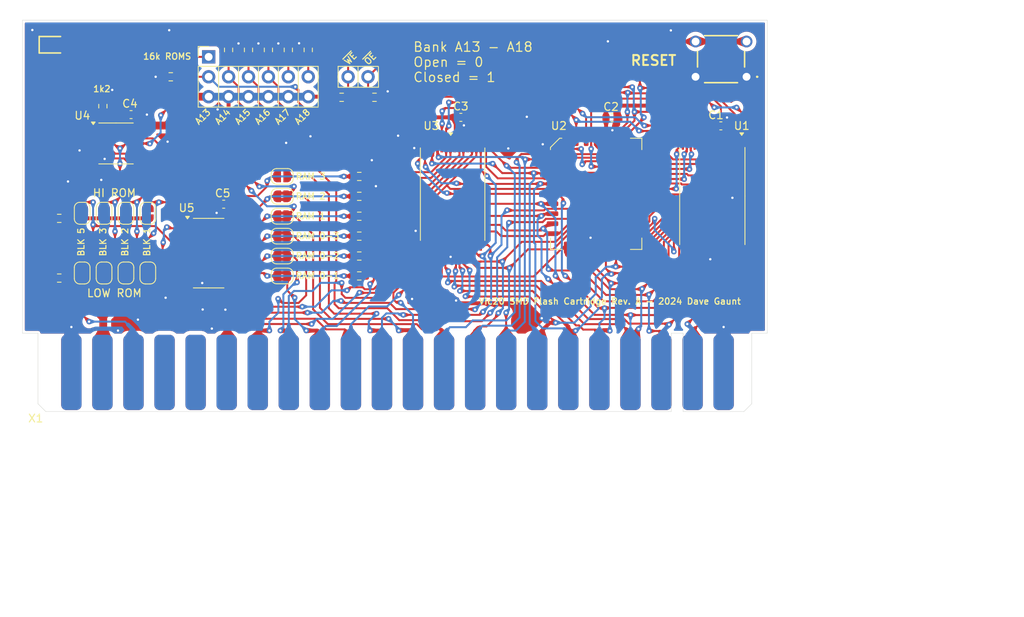
<source format=kicad_pcb>
(kicad_pcb (version 20241229) (generator "pcbnew") (generator_version "9.0")
  (layers (0 "F.Cu" signal) (2 "B.Cu" signal) (13 "F.Paste" user) (15 "B.Paste" user) (5 "F.SilkS" user "F.Silkscreen") (7 "B.SilkS" user "B.Silkscreen") (1 "F.Mask" user) (3 "B.Mask" user) (25 "Edge.Cuts" user))
  (net 0 "")
  (net 1 "Net-(JP1-B)")
  (net 2 "Net-(JP1-A)")
  (net 3 "Net-(JP2-A)")
  (net 5 "Net-(JP2-B)")
  (net 6 "Net-(JP3-A)")
  (net 7 "Net-(JP3-B)")
  (net 8 "/B15")
  (net 9 "/B18")
  (net 10 "/B14")
  (net 11 "/Block_Low")
  (net 13 "Net-(J3-~{WE})")
  (net 14 "/B17")
  (net 15 "/Block_High")
  (net 16 "/~{CE}")
  (net 18 "+5V")
  (net 19 "GND")
  (net 20 "/A13")
  (net 21 "Net-(JP4-B)")
  (net 22 "Net-(U3-~{CE})")
  (net 23 "/A9")
  (net 24 "/D3")
  (net 25 "/A3")
  (net 26 "/D5")
  (net 27 "Net-(JP5-B)")
  (net 28 "/A12")
  (net 29 "/D2")
  (net 30 "/D7")
  (net 31 "/D4")
  (net 32 "/A4")
  (net 33 "/D0")
  (net 34 "/A6")
  (net 35 "/A5")
  (net 36 "/A1")
  (net 37 "/A10")
  (net 38 "/D6")
  (net 39 "/A8")
  (net 40 "/A7")
  (net 41 "/A0")
  (net 42 "/A11")
  (net 43 "/D1")
  (net 44 "/A2")
  (net 46 "/B16")
  (net 47 "Net-(Power1-A)")
  (net 49 "/HI {slash} LO BANK")
  (net 53 "Net-(JP6-B)")
  (net 54 "/A14")
  (net 55 "Net-(U3-~{WE})")
  (net 56 "/B13")
  (net 57 "Net-(JP11-A)")
  (net 58 "Net-(JP13-A)")
  (net 59 "Net-(JP12-A)")
  (net 60 "Net-(JP10-A)")
  (net 61 "Net-(J3-~{OE})")
  (net 62 "Net-(U4-Pad12)")
  (net 63 "Net-(U4-Pad3)")
  (net 64 "Net-(S1-NO_1)")
  (footprint "Dave Footprints:VIC20-Cart-Num" (layer "F.Cu") (at 90.298 124.599)
    (property "Reference" "X1")
    (property "Value" "~")
  )
  (footprint "Dave Footprints:TSOP-I-28_(PIN 1 CENTRE)_11.8x8mm_P0.55mm" (layer "F.Cu") (at 142.86368 96.2602 -90)
    (property "Reference" "U3")
    (property "Value" "IS62C256AL")
  )
  (footprint "Dave Footprints:PinHeader_Vic20_Cartridge" (layer "F.Cu") (at 123.19 79.95)
    (property "Reference" "J3" (hide yes))
    (property "Value" "~" (hide yes))
  )
  (footprint "Jumper:SolderJumper-2_P1.3mm_Bridged2Bar_RoundedPad1.0x1.5mm" (layer "F.Cu") (at 121.1369 99.0727 180)
    (property "Reference" "JP4" (hide yes))
    (property "Value" "RAM 1")
  )
  (footprint "Jumper:SolderJumper-2_P1.3mm_Open_RoundedPad1.0x1.5mm" (layer "F.Cu") (at 95.635 106.314 -90)
    (property "Reference" "JP10" (hide yes))
    (property "Value" "BLK 5")
  )
  (footprint "Resistor_SMD:R_0603_1608Metric" (layer "F.Cu") (at 130.9629 93.9927 180)
    (property "Reference" "R6" (hide yes))
    (property "Value" "10k")
  )
  (footprint "Resistor_SMD:R_0603_1608Metric" (layer "F.Cu") (at 130.9629 106.6927 180)
    (property "Reference" "R3" (hide yes))
    (property "Value" "10k")
  )
  (footprint "Capacitor_SMD:C_0603_1608Metric" (layer "F.Cu") (at 113.6774 97.536)
    (property "Reference" "C5")
    (property "Value" "100nf")
  )
  (footprint "Package_SO:SOIC-14_3.9x8.7mm_P1.27mm" (layer "F.Cu") (at 111.76 103.7844)
    (property "Reference" "U5")
    (property "Value" "74LS21")
  )
  (footprint "Capacitor_SMD:C_0603_1608Metric" (layer "F.Cu") (at 163.195 86.5057 180)
    (property "Reference" "C2")
    (property "Value" "100nf")
  )
  (footprint "Package_LCC:PLCC-32_11.4x14.0mm_P1.27mm" (layer "F.Cu") (at 161.163 96.2152)
    (property "Reference" "U2")
    (property "Value" "SST39LF040")
  )
  (footprint "Jumper:SolderJumper-2_P1.3mm_Open_RoundedPad1.0x1.5mm" (layer "F.Cu") (at 104.005 98.694 -90)
    (property "Reference" "JP11" (hide yes))
    (property "Value" "BLK 1")
  )
  (footprint "Resistor_SMD:R_0603_1608Metric" (layer "F.Cu") (at 121.92 77.851 90)
    (property "Reference" "R13" (hide yes))
    (property "Value" "10k")
  )
  (footprint "Jumper:SolderJumper-2_P1.3mm_Open_RoundedPad1.0x1.5mm" (layer "F.Cu") (at 104.005 106.314 -90)
    (property "Reference" "JP7" (hide yes))
    (property "Value" "BLK 1")
  )
  (footprint "Jumper:SolderJumper-2_P1.3mm_Open_RoundedPad1.0x1.5mm" (layer "F.Cu") (at 101.215 98.694 -90)
    (property "Reference" "JP12" (hide yes))
    (property "Value" "BLK 2")
  )
  (footprint "Resistor_SMD:R_0603_1608Metric" (layer "F.Cu") (at 130.9629 96.5327 180)
    (property "Reference" "R5" (hide yes))
    (property "Value" "10k")
  )
  (footprint "SamacSys_Parts:B3F1052G" (layer "F.Cu") (at 180.34 81.28)
    (property "Reference" "S1" (hide yes))
    (property "Value" "RESET")
  )
  (footprint "Resistor_SMD:R_0603_1608Metric" (layer "F.Cu") (at 92.71 106.964)
    (property "Reference" "R8" (hide yes))
    (property "Value" "10k")
  )
  (footprint "Capacitor_SMD:C_0603_1608Metric" (layer "F.Cu") (at 177.0634 87.5422 180)
    (property "Reference" "C1")
    (property "Value" "100nf")
  )
  (footprint "Capacitor_SMD:C_0603_1608Metric" (layer "F.Cu") (at 101.867 86.106 180)
    (property "Reference" "C4")
    (property "Value" "100nf")
  )
  (footprint "Jumper:SolderJumper-2_P1.3mm_Bridged2Bar_RoundedPad1.0x1.5mm" (layer "F.Cu") (at 121.1369 96.5327 180)
    (property "Reference" "JP6" (hide yes))
    (property "Value" "RAM 2")
  )
  (footprint "Jumper:SolderJumper-2_P1.3mm_Bridged2Bar_RoundedPad1.0x1.5mm" (layer "F.Cu") (at 95.635 98.694 -90)
    (property "Reference" "JP14" (hide yes))
    (property "Value" "BLK 5")
  )
  (footprint "SamacSys_Parts:LEDC2012X90N" (layer "F.Cu") (at 91.9302 77.1906)
    (property "Reference" "Power1" (hide yes))
    (property "Value" "POWER" (hide yes))
  )
  (footprint "Jumper:SolderJumper-2_P1.3mm_Open_RoundedPad1.0x1.5mm" (layer "F.Cu") (at 98.425 98.694 -90)
    (property "Reference" "JP13" (hide yes))
    (property "Value" "BLK 3")
  )
  (footprint "Resistor_SMD:R_0603_1608Metric" (layer "F.Cu") (at 98.2726 85.027 90)
    (property "Reference" "R17")
    (property "Value" "1k2")
  )
  (footprint "Resistor_SMD:R_0603_1608Metric" (layer "F.Cu") (at 130.9629 99.0727 180)
    (property "Reference" "R4" (hide yes))
    (property "Value" "10k")
  )
  (footprint "Resistor_SMD:R_0603_1608Metric" (layer "F.Cu") (at 116.84 77.851 90)
    (property "Reference" "R11" (hide yes))
    (property "Value" "10k")
  )
  (footprint "Resistor_SMD:R_0603_1608Metric" (layer "F.Cu") (at 124.46 77.851 90)
    (property "Reference" "R14" (hide yes))
    (property "Value" "10k")
  )
  (footprint "Resistor_SMD:R_0603_1608Metric" (layer "F.Cu") (at 119.38 77.851 90)
    (property "Reference" "R12" (hide yes))
    (property "Value" "10k")
  )
  (footprint "Resistor_SMD:R_0603_1608Metric" (layer "F.Cu") (at 92.71 99.344)
    (property "Reference" "R9" (hide yes))
    (property "Value" "10k")
  )
  (footprint "Jumper:SolderJumper-2_P1.3mm_Bridged2Bar_RoundedPad1.0x1.5mm" (layer "F.Cu") (at 121.1369 106.6927 180)
    (property "Reference" "JP1" (hide yes))
    (property "Value" "RAM 0-1")
  )
  (footprint "Resistor_SMD:R_0603_1608Metric" (layer "F.Cu") (at 128.715 83.896)
    (property "Reference" "R15" (hide yes))
    (property "Value" "10k")
  )
  (footprint "Package_SO:TSOP-I-32_12.4x8mm_P0.5mm" (layer "F.Cu") (at 175.9746 96.4952 -90)
    (property "Reference" "U1")
    (property "Value" "SST39LF040")
  )
  (footprint "Jumper:SolderJumper-2_P1.3mm_Bridged2Bar_RoundedPad1.0x1.5mm" (layer "F.Cu") (at 121.1369 104.1527 180)
    (property "Reference" "JP2" (hide yes))
    (property "Value" "RAM 0-2")
  )
  (footprint "Jumper:SolderJumper-2_P1.3mm_Bridged2Bar_RoundedPad1.0x1.5mm" (layer "F.Cu") (at 98.425 106.314 -90)
    (property "Reference" "JP9" (hide yes))
    (property "Value" "BLK 3")
  )
  (footprint "Resistor_SMD:R_0603_1608Metric" (layer "F.Cu") (at 130.9629 101.6127 180)
    (property "Reference" "R1" (hide yes))
    (property "Value" "10k")
  )
  (footprint "Resistor_SMD:R_0603_1608Metric" (layer "F.Cu") (at 130.9629 104.1527 180)
    (property "Reference" "R2" (hide yes))
    (property "Value" "10k")
  )
  (footprint "Jumper:SolderJumper-2_P1.3mm_Open_RoundedPad1.0x1.5mm" (layer "F.Cu") (at 121.1369 93.9927 180)
    (property "Reference" "JP5" (hide yes))
    (property "Value" "RAM 3")
  )
  (footprint "Jumper:SolderJumper-2_P1.3mm_Open_RoundedPad1.0x1.5mm" (layer "F.Cu") (at 101.215 106.314 -90)
    (property "Reference" "JP8" (hide yes))
    (property "Value" "BLK 2")
  )
  (footprint "Resistor_SMD:R_0603_1608Metric" (layer "F.Cu") (at 132.905 83.896)
    (property "Reference" "R16" (hide yes))
    (property "Value" "10k")
  )
  (footprint "Resistor_SMD:R_0603_1608Metric" (layer "F.Cu") (at 114.3 77.851 90)
    (property "Reference" "R10" (hide yes))
    (property "Value" "10k")
  )
  (footprint "Jumper:SolderJumper-2_P1.3mm_Bridged2Bar_RoundedPad1.0x1.5mm" (layer "F.Cu") (at 121.1369 101.6127 180)
    (property "Reference" "JP3" (hide yes))
    (property "Value" "RAM 0-3")
  )
  (footprint "Resistor_SMD:R_0603_1608Metric" (layer "F.Cu") (at 106.930743 81.28 180)
    (property "Reference" "R7")
    (property "Value" "10k")
  )
  (footprint "Package_SO:TSSOP-14_4.4x5mm_P0.65mm" (layer "F.Cu") (at 99.949 89.789)
    (property "Reference" "U4")
    (property "Value" "7400")
  )
  (footprint "Capacitor_SMD:C_0603_1608Metric" (layer "F.Cu") (at 143.91368 86.453 180)
    (property "Reference" "C3")
    (property "Value" "100nf" (hide yes))
  )
  (gr_line (start 181 114) (end 182.975 114) (stroke (width 0.05)) (layer "Edge.Cuts"))
  (gr_line (start 90 114) (end 88.025 114) (stroke (width 0.05)) (layer "Edge.Cuts"))
  (gr_line (start 88.025 74.05) (end 182.975 74.05) (stroke (width 0.05)) (layer "Edge.Cuts"))
  (gr_line (start 172.25 124) (end 180 124) (stroke (width 0.05)) (layer "Edge.Cuts"))
  (gr_line (start 181 123) (end 180 124) (stroke (width 0.05)) (layer "Edge.Cuts"))
  (gr_line (start 170.75 114) (end 170.75 124) (stroke (width 0.05)) (layer "Edge.Cuts"))
  (gr_line (start 88.025 74.05) (end 88.025 114) (stroke (width 0.05)) (layer "Edge.Cuts"))
  (gr_line (start 90 123) (end 90 114) (stroke (width 0.05)) (layer "Edge.Cuts"))
  (gr_line (start 172.25 114) (end 170.75 114) (stroke (width 0.05)) (layer "Edge.Cuts"))
  (gr_line (start 170.75 124) (end 91 124) (stroke (width 0.05)) (layer "Edge.Cuts"))
  (gr_line (start 182.975 114) (end 182.975 74.05) (stroke (width 0.05)) (layer "Edge.Cuts"))
  (gr_line (start 181 114) (end 181 123) (stroke (width 0.05)) (layer "Edge.Cuts"))
  (gr_line (start 91 124) (end 90 123) (stroke (width 0.05)) (layer "Edge.Cuts"))
  (gr_line (start 172.25 124) (end 172.25 114) (stroke (width 0.05)) (layer "Edge.Cuts"))
  (gr_text "HI ROM" (at 96.901 96.6978 0) (layer "F.SilkS") (effects (font (size 1 1)) (justify left bottom)))
  (gr_text "Bank A13 - A18\nOpen = 0\nClosed = 1" (at 137.7696 82.042 0) (layer "F.SilkS") (effects (font (size 1.2 1.2)) (justify left bottom)))
  (gr_text "LOW ROM" (at 96.162905 109.474 0) (layer "F.SilkS") (effects (font (size 1 1)) (justify left bottom)))
  (gr_text "16k ROMS" (at 103.3272 79.1464 0) (layer "F.SilkS") (effects (font (size 0.8 0.8) (thickness 0.15) (bold yes)) (justify left bottom)))
  (gr_text "Vic20 SMD Flash Cartridge Rev. A - 2024 Dave Gaunt" (at 146.126386 110.400038 0) (layer "F.SilkS") (effects (font (size 0.8 0.8) (thickness 0.15) (bold yes)) (justify left bottom)))
  (segment (start 114.235 106.3244) (end 118.8466 106.3244) (width 0.25) (layer "F.Cu") (net 1))
  (segment (start 119.2149 106.6927) (end 120.4869 106.6927) (width 0.25) (layer "F.Cu") (net 1))
  (segment (start 129.1209 106.6927) (end 130.1379 106.6927) (width 0.25) (layer "F.Cu") (net 1))
  (segment (start 119.2149 106.6927) (end 118.8466 106.3244) (width 0.25) (layer "F.Cu") (net 1))
  (via (at 128.9939 106.6927) (size 0.7) (drill 0.3) (layers "F.Cu" "B.Cu") (net 1))
  (via (at 119.2149 106.6927) (size 0.7) (drill 0.3) (layers "F.Cu" "B.Cu") (net 1))
  (segment (start 119.2149 106.6927) (end 129.1209 106.6927) (width 0.25) (layer "B.Cu") (net 1))
  (segment (start 125.603 113.665) (end 124.206 113.665) (width 0.5) (layer "F.Cu") (net 2))
  (segment (start 122.732048 109.464148) (end 122.697548 109.464148) (width 0.25) (layer "F.Cu") (net 2))
  (segment (start 125.938 118.999) (end 125.938 114) (width 0.5) (layer "F.Cu") (net 2))
  (segment (start 122.697548 109.464148) (end 121.7869 108.5535) (width 0.25) (layer "F.Cu") (net 2))
  (segment (start 121.7869 108.5535) (end 121.7869 106.6927) (width 0.25) (layer "F.Cu") (net 2))
  (segment (start 125.938 114) (end 125.603 113.665) (width 0.5) (layer "F.Cu") (net 2))
  (via (at 124.206 113.665) (size 0.7) (drill 0.3) (layers "F.Cu" "B.Cu") (net 2))
  (via (at 122.732048 109.464148) (size 0.7) (drill 0.3) (layers "F.Cu" "B.Cu") (net 2))
  (segment (start 124.206 113.665) (end 122.732048 112.191048) (width 0.25) (layer "B.Cu") (net 2))
  (segment (start 122.732048 112.191048) (end 122.732048 109.464148) (width 0.25) (layer "B.Cu") (net 2))
  (segment (start 121.978 118.999) (end 121.978 113.85) (width 0.5) (layer "F.Cu") (net 3))
  (segment (start 122.5169 104.1527) (end 121.7869 104.1527) (width 0.25) (layer "F.Cu") (net 3))
  (segment (start 121.793 113.665) (end 120.904 113.665) (width 0.5) (layer "F.Cu") (net 3))
  (segment (start 123.0249 107.5182) (end 123.0249 104.6607) (width 0.25) (layer "F.Cu") (net 3))
  (segment (start 123.0249 104.6607) (end 122.5169 104.1527) (width 0.25) (layer "F.Cu") (net 3))
  (segment (start 121.978 113.85) (end 121.793 113.665) (width 0.5) (layer "F.Cu") (net 3))
  (via (at 120.904 113.665) (size 0.7) (drill 0.3) (layers "F.Cu" "B.Cu") (net 3))
  (via (at 123.0249 107.5182) (size 0.7) (drill 0.3) (layers "F.Cu" "B.Cu") (net 3))
  (segment (start 121.285 113.284) (end 120.904 113.665) (width 0.25) (layer "B.Cu") (net 3))
  (segment (start 123.0249 107.5182) (end 122.809 107.5182) (width 0.25) (layer "B.Cu") (net 3))
  (segment (start 121.285 109.0422) (end 121.285 113.284) (width 0.25) (layer "B.Cu") (net 3))
  (segment (start 122.809 107.5182) (end 121.285 109.0422) (width 0.25) (layer "B.Cu") (net 3))
  (segment (start 128.9939 104.1527) (end 130.1379 104.1527) (width 0.25) (layer "F.Cu") (net 5))
  (segment (start 114.235 105.0544) (end 118.3132 105.0544) (width 0.25) (layer "F.Cu") (net 5))
  (segment (start 120.4869 104.1527) (end 119.2149 104.1527) (width 0.25) (layer "F.Cu") (net 5))
  (segment (start 119.2149 104.1527) (end 118.3132 105.0544) (width 0.25) (layer "F.Cu") (net 5))
  (via (at 128.9939 104.1527) (size 0.7) (drill 0.3) (layers "F.Cu" "B.Cu") (net 5))
  (via (at 119.2149 104.1527) (size 0.7) (drill 0.3) (layers "F.Cu" "B.Cu") (net 5))
  (segment (start 119.2149 104.1527) (end 128.9939 104.1527) (width 0.25) (layer "B.Cu") (net 5))
  (segment (start 121.148148 110.139148) (end 120.61 109.601) (width 0.25) (layer "F.Cu") (net 6))
  (segment (start 124.1933 109.167105) (end 123.221257 110.139148) (width 0.25) (layer "F.Cu") (net 6))
  (segment (start 118.018 118.999) (end 118.018 113.884) (width 0.5) (layer "F.Cu") (net 6))
  (segment (start 118.237 113.665) (end 119.507 113.665) (width 0.5) (layer "F.Cu") (net 6))
  (segment (start 122.6439 101.6127) (end 124.1933 103.1621) (width 0.25) (layer "F.Cu") (net 6))
  (segment (start 121.7869 101.6127) (end 122.6439 101.6127) (width 0.25) (layer "F.Cu") (net 6))
  (segment (start 118.018 113.884) (end 118.237 113.665) (width 0.5) (layer "F.Cu") (net 6))
  (segment (start 123.221257 110.139148) (end 121.148148 110.139148) (width 0.25) (layer "F.Cu") (net 6))
  (segment (start 124.1933 103.1621) (end 124.1933 109.167105) (width 0.25) (layer "F.Cu") (net 6))
  (via (at 120.61 109.601) (size 0.7) (drill 0.3) (layers "F.Cu" "B.Cu") (net 6))
  (via (at 119.507 113.665) (size 0.7) (drill 0.3) (layers "F.Cu" "B.Cu") (net 6))
  (segment (start 120.6754 109.5756) (end 120.6354 109.5756) (width 0.25) (layer "B.Cu") (net 6))
  (segment (start 120.6754 109.5756) (end 120.65 109.601) (width 0.25) (layer "B.Cu") (net 6))
  (segment (start 120.6354 109.5756) (end 120.61 109.601) (width 0.25) (layer "B.Cu") (net 6))
  (segment (start 120.65 111.379) (end 119.507 112.522) (width 0.25) (layer "B.Cu") (net 6))
  (segment (start 120.65 109.601) (end 120.65 111.379) (width 0.25) (layer "B.Cu") (net 6))
  (segment (start 119.507 112.522) (end 119.507 113.792) (width 0.25) (layer "B.Cu") (net 6))
  (segment (start 119.2149 101.6127) (end 118.3132 102.5144) (width 0.25) (layer "F.Cu") (net 7))
  (segment (start 114.235 102.5144) (end 118.3132 102.5144) (width 0.25) (layer "F.Cu") (net 7))
  (segment (start 130.1379 101.6127) (end 128.9939 101.6127) (width 0.25) (layer "F.Cu") (net 7))
  (segment (start 119.2149 101.6127) (end 120.4869 101.6127) (width 0.25) (layer "F.Cu") (net 7))
  (via (at 119.2149 101.6127) (size 0.7) (drill 0.3) (layers "F.Cu" "B.Cu") (net 7))
  (via (at 128.9939 101.6127) (size 0.7) (drill 0.3) (layers "F.Cu" "B.Cu") (net 7))
  (segment (start 119.2149 101.6127) (end 128.9939 101.6127) (width 0.25) (layer "B.Cu") (net 7))
  (segment (start 116.84 81.28) (end 116.84 78.676) (width 0.25) (layer "F.Cu") (net 8))
  (segment (start 174.7246 88.543248) (end 174.7246 89.8077) (width 0.25) (layer "F.Cu") (net 8))
  (segment (start 118.11 84.5566) (end 120.6754 87.122) (width 0.25) (layer "F.Cu") (net 8))
  (segment (start 136.4488 87.122) (end 140.46708 83.10372) (width 0.25) (layer "F.Cu") (net 8))
  (segment (start 166.624 88.1634) (end 166.6494 88.1888) (width 0.25) (layer "F.Cu") (net 8))
  (segment (start 116.84 81.28) (end 118.11 82.55) (width 0.25) (layer "F.Cu") (net 8))
  (segment (start 154.94652 83.10372) (end 158.623 86.7802) (width 0.25) (layer "F.Cu") (net 8))
  (segment (start 170.2308 88.1888) (end 171.1452 87.2744) (width 0.25) (layer "F.Cu") (net 8))
  (segment (start 120.6754 87.122) (end 136.4488 87.122) (width 0.25) (layer "F.Cu") (net 8))
  (segment (start 166.6494 88.1888) (end 170.2308 88.1888) (width 0.25) (layer "F.Cu") (net 8))
  (segment (start 173.455752 87.2744) (end 174.7246 88.543248) (width 0.25) (layer "F.Cu") (net 8))
  (segment (start 158.623 86.7802) (end 158.623 89.3777) (width 0.25) (layer "F.Cu") (net 8))
  (segment (start 118.11 82.55) (end 118.11 84.5566) (width 0.25) (layer "F.Cu") (net 8))
  (segment (start 140.46708 83.10372) (end 154.94652 83.10372) (width 0.25) (layer "F.Cu") (net 8))
  (segment (start 171.1452 87.2744) (end 173.455752 87.2744) (width 0.25) (layer "F.Cu") (net 8))
  (via (at 158.623 86.7802) (size 0.7) (drill 0.3) (layers "F.Cu" "B.Cu") (net 8))
  (via (at 166.624 88.1634) (size 0.7) (drill 0.3) (layers "F.Cu" "B.Cu") (net 8))
  (segment (start 166.624 88.1634) (end 166.624 88.138) (width 0.25) (layer "B.Cu") (net 8))
  (segment (start 165.5064 87.0204) (end 158.8632 87.0204) (width 0.25) (layer "B.Cu") (net 8))
  (segment (start 158.8632 87.0204) (end 158.623 86.7802) (width 0.25) (layer "B.Cu") (net 8))
  (segment (start 166.624 88.138) (end 165.5064 87.0204) (width 0.25) (layer "B.Cu") (net 8))
  (segment (start 165.770108 82.588886) (end 164.097486 82.588886) (width 0.25) (layer "F.Cu") (net 9))
  (segment (start 164.328 90.166108) (end 163.954708 90.5394) (width 0.25) (layer "F.Cu") (net 9))
  (segment (start 166.061603 85.7504) (end 173.204544 85.7504) (width 0.25) (layer "F.Cu") (net 9))
  (segment (start 164.097486 82.588886) (end 159.7914 78.2828) (width 0.25) (layer "F.Cu") (net 9))
  (segment (start 166.050803 86.874188) (end 164.328 88.596991) (width 0.25) (layer "F.Cu") (net 9))
  (segment (start 175.7246 88.270456) (end 175.7246 89.8077) (width 0.25) (layer "F.Cu") (net 9))
  (segment (start 163.954708 90.5394) (end 161.544 90.5394) (width 0.25) (layer "F.Cu") (net 9))
  (segment (start 164.328 88.596991) (end 164.328 90.166108) (width 0.25) (layer "F.Cu") (net 9))
  (segment (start 166.050803 85.7612) (end 166.061603 85.7504) (width 0.25) (layer "F.Cu") (net 9))
  (segment (start 129.0828 78.6638) (end 124.4722 78.6638) (width 0.25) (layer "F.Cu") (net 9))
  (segment (start 161.544 90.5394) (end 161.163 90.1584) (width 0.25) (layer "F.Cu") (net 9))
  (segment (start 129.4638 78.2828) (end 129.0828 78.6638) (width 0.25) (layer "F.Cu") (net 9))
  (segment (start 161.163 90.1584) (end 161.163 89.3777) (width 0.25) (layer "F.Cu") (net 9))
  (segment (start 173.204544 85.7504) (end 175.7246 88.270456) (width 0.25) (layer "F.Cu") (net 9))
  (segment (start 124.46 81.28) (end 124.46 78.676) (width 0.25) (layer "F.Cu") (net 9))
  (segment (start 166.050803 85.7612) (end 166.050803 86.874188) (width 0.25) (layer "F.Cu") (net 9))
  (segment (start 159.7914 78.2828) (end 129.4638 78.2828) (width 0.25) (layer "F.Cu") (net 9))
  (via (at 165.770108 82.588886) (size 0.7) (drill 0.3) (layers "F.Cu" "B.Cu") (net 9))
  (via (at 166.050803 85.7612) (size 0.7) (drill 0.3) (layers "F.Cu" "B.Cu") (net 9))
  (segment (start 165.770108 82.588886) (end 165.9636 82.782378) (width 0.25) (layer "B.Cu") (net 9))
  (segment (start 165.9636 85.673997) (end 166.050803 85.7612) (width 0.25) (layer "B.Cu") (net 9))
  (segment (start 165.9636 82.782378) (end 165.9636 85.673997) (width 0.25) (layer "B.Cu") (net 9))
  (segment (start 157.988 90.176108) (end 157.988 87.4914) (width 0.25) (layer "F.Cu") (net 10))
  (segment (start 177.7246 90.8296) (end 176.7302 91.824) (width 0.25) (layer "F.Cu") (net 10))
  (segment (start 159.78626 92.05394) (end 164.98296 92.05394) (width 0.25) (layer "F.Cu") (net 10))
  (segment (start 157.988 87.4914) (end 154.32168 83.82508) (width 0.25) (layer "F.Cu") (net 10))
  (segment (start 170.982 91.824) (end 170.2932 91.1352) (width 0.25) (layer "F.Cu") (net 10))
  (segment (start 159.252616 90.47894) (end 158.290832 90.47894) (width 0.25) (layer "F.Cu") (net 10))
  (segment (start 164.98296 92.05394) (end 165.9017 91.1352) (width 0.25) (layer "F.Cu") (net 10))
  (segment (start 170.2932 91.1352) (end 166.7255 91.1352) (width 0.25) (layer "F.Cu") (net 10))
  (segment (start 118.7196 87.7062) (end 115.57 84.5566) (width 0.25) (layer "F.Cu") (net 10))
  (segment (start 177.7246 89.8077) (end 177.7246 90.8296) (width 0.25) (layer "F.Cu") (net 10))
  (segment (start 137.2616 87.7062) (end 118.7196 87.7062) (width 0.25) (layer "F.Cu") (net 10))
  (segment (start 141.14272 83.82508) (end 137.2616 87.7062) (width 0.25) (layer "F.Cu") (net 10))
  (segment (start 115.57 82.55) (end 114.3 81.28) (width 0.25) (layer "F.Cu") (net 10))
  (segment (start 176.7302 91.824) (end 170.982 91.824) (width 0.25) (layer "F.Cu") (net 10))
  (segment (start 165.9017 91.1352) (end 166.582092 91.1352) (width 0.25) (layer "F.Cu") (net 10))
  (segment (start 158.290832 90.47894) (end 157.988 90.176108) (width 0.25) (layer "F.Cu") (net 10))
  (segment (start 115.57 84.5566) (end 115.57 82.55) (width 0.25) (layer "F.Cu") (net 10))
  (segment (start 141.14272 83.82508) (end 154.32168 83.82508) (width 0.25) (layer "F.Cu") (net 10))
  (segment (start 114.3 81.28) (end 114.3 78.676) (width 0.25) (layer "F.Cu") (net 10))
  (segment (start 159.385 92.4552) (end 159.78626 92.05394) (width 0.25) (layer "F.Cu") (net 10))
  (via (at 159.385 92.4552) (size 0.7) (drill 0.3) (layers "F.Cu" "B.Cu") (net 10))
  (via (at 159.252616 90.47894) (size 0.7) (drill 0.3) (layers "F.Cu" "B.Cu") (net 10))
  (segment (start 159.252616 90.47894) (end 159.385 90.611324) (width 0.25) (layer "B.Cu") (net 10))
  (segment (start 159.385 90.611324) (end 159.385 92.4552) (width 0.25) (layer "B.Cu") (net 10))
  (segment (start 95.915 88.489) (end 97.0865 88.489) (width 0.25) (layer "F.Cu") (net 11))
  (segment (start 93.535 106.964) (end 93.535 106.2858) (width 0.25) (layer "F.Cu") (net 11))
  (segment (start 98.679 88.79045) (end 98.679 89.916) (width 0.25) (layer "F.Cu") (net 11))
  (segment (start 101.215 106.964) (end 104.005 106.964) (width 0.5) (layer "F.Cu") (net 11))
  (segment (start 93.535 106.964) (end 95.635 106.964) (width 0.5) (layer "F.Cu") (net 11))
  (segment (start 95.635 106.964) (end 98.425 106.964) (width 0.5) (layer "F.Cu") (net 11))
  (segment (start 92.71 91.694) (end 95.915 88.489) (width 0.25) (layer "F.Cu") (net 11))
  (segment (start 99.852 91.089) (end 102.8115 91.089) (width 0.25) (layer "F.Cu") (net 11))
  (segment (start 92.71 105.4608) (end 92.71 91.694) (width 0.25) (layer "F.Cu") (net 11))
  (segment (start 98.425 106.964) (end 101.215 106.964) (width 0.5) (layer "F.Cu") (net 11))
  (segment (start 97.0865 88.489) (end 98.37755 88.489) (width 0.25) (layer "F.Cu") (net 11))
  (segment (start 98.679 89.916) (end 99.852 91.089) (width 0.25) (layer "F.Cu") (net 11))
  (segment (start 93.535 106.2858) (end 92.71 105.4608) (width 0.25) (layer "F.Cu") (net 11))
  (segment (start 102.8115 90.439) (end 102.8115 91.089) (width 0.25) (layer "F.Cu") (net 11))
  (segment (start 98.37755 88.489) (end 98.679 88.79045) (width 0.25) (layer "F.Cu") (net 11))
  (segment (start 165.3032 83.3882) (end 175.4124 83.3882) (width 0.25) (layer "F.Cu") (net 13))
  (segment (start 165.2016 83.2866) (end 163.2966 83.2866) (width 0.25) (layer "F.Cu") (net 13))
  (segment (start 129.54 81.28) (end 129.54 83.896) (width 0.25) (layer "F.Cu") (net 13))
  (segment (start 175.4124 83.3882) (end 177.0634 85.0392) (width 0.25) (layer "F.Cu") (net 13))
  (segment (start 159.1564 79.1464) (end 130.2512 79.1464) (width 0.25) (layer "F.Cu") (net 13))
  (segment (start 165.1508 85.7612) (end 165.1508 87.137795) (width 0.25) (layer "F.Cu") (net 13))
  (segment (start 165.2016 83.2866) (end 165.3032 83.3882) (width 0.25) (layer "F.Cu") (net 13))
  (segment (start 177.0634 88.228) (end 176.7246 88.5668) (width 0.25) (layer "F.Cu") (net 13))
  (segment (start 130.2512 79.1464) (end 129.54 79.8576) (width 0.25) (layer "F.Cu") (net 13))
  (segment (start 129.54 79.8576) (end 129.54 81.28) (width 0.25) (layer "F.Cu") (net 13))
  (segment (start 165.1508 87.137795) (end 163.703 88.585595) (width 0.25) (layer "F.Cu") (net 13))
  (segment (start 177.0634 85.0392) (end 177.0634 88.228) (width 0.25) (layer "F.Cu") (net 13))
  (segment (start 163.2966 83.2866) (end 159.1564 79.1464) (width 0.25) (layer "F.Cu") (net 13))
  (segment (start 176.7246 88.5668) (end 176.7246 89.8077) (width 0.25) (layer "F.Cu") (net 13))
  (segment (start 163.703 88.585595) (end 163.703 89.3777) (width 0.25) (layer "F.Cu") (net 13))
  (via (at 165.1508 85.7612) (size 0.7) (drill 0.3) (layers "F.Cu" "B.Cu") (net 13))
  (via (at 165.2016 83.2866) (size 0.7) (drill 0.3) (layers "F.Cu" "B.Cu") (net 13))
  (segment (start 165.2016 83.2866) (end 165.1508 83.3374) (width 0.25) (layer "B.Cu") (net 13))
  (segment (start 165.1508 83.3374) (end 165.1508 85.7612) (width 0.25) (layer "B.Cu") (net 13))
  (segment (start 177.481836 88.6952) (end 177.2246 88.952436) (width 0.25) (layer "F.Cu") (net 14))
  (segment (start 164.5666 81.28) (end 160.7312 77.4446) (width 0.25) (layer "F.Cu") (net 14))
  (segment (start 166.751 82.7132) (end 166.751 81.915) (width 0.25) (layer "F.Cu") (net 14))
  (segment (start 177.2246 88.952436) (end 177.2246 89.8077) (width 0.25) (layer "F.Cu") (net 14))
  (segment (start 166.116 81.28) (end 164.5666 81.28) (width 0.25) (layer "F.Cu") (net 14))
  (segment (start 178.4758 88.6952) (end 177.481836 88.6952) (width 0.25) (layer "F.Cu") (net 14))
  (segment (start 167.259 86.4616) (end 167.1212 86.5994) (width 0.25) (layer "F.Cu") (net 14))
  (segment (start 178.816 88.355) (end 178.4758 88.6952) (width 0.25) (layer "F.Cu") (net 14))
  (segment (start 123.698 77.8764) (end 122.8984 78.676) (width 0.25) (layer "F.Cu") (net 14))
  (segment (start 160.7312 77.4446) (end 128.3462 77.4446) (width 0.25) (layer "F.Cu") (net 14))
  (segment (start 167.1212 86.5994) (end 167.1212 86.6756) (width 0.25) (layer "F.Cu") (net 14))
  (segment (start 121.92 81.28) (end 121.92 78.676) (width 0.25) (layer "F.Cu") (net 14))
  (segment (start 166.751 81.915) (end 166.116 81.28) (width 0.25) (layer "F.Cu") (net 14))
  (segment (start 167.1212 86.6756) (end 164.973 88.8238) (width 0.25) (layer "F.Cu") (net 14))
  (segment (start 175.514 82.7024) (end 178.816 86.0044) (width 0.25) (layer "F.Cu") (net 14))
  (segment (start 178.816 86.0044) (end 178.816 88.355) (width 0.25) (layer "F.Cu") (net 14))
  (segment (start 166.7618 82.7024) (end 175.514 82.7024) (width 0.25) (layer "F.Cu") (net 14))
  (segment (start 128.3462 77.4446) (end 127.9144 77.8764) (width 0.25) (layer "F.Cu") (net 14))
  (segment (start 127.9144 77.8764) (end 123.698 77.8764) (width 0.25) (layer "F.Cu") (net 14))
  (segment (start 166.751 82.7132) (end 166.7618 82.7024) (width 0.25) (layer "F.Cu") (net 14))
  (segment (start 122.8984 78.676) (end 121.92 78.676) (width 0.25) (layer "F.Cu") (net 14))
  (via (at 167.259 86.4616) (size 0.7) (drill 0.3) (layers "F.Cu" "B.Cu") (net 14))
  (via (at 166.751 82.7132) (size 0.7) (drill 0.3) (layers "F.Cu" "B.Cu") (net 14))
  (segment (start 166.8526 86.0552) (end 166.8526 82.8148) (width 0.25) (layer "B.Cu") (net 14))
  (segment (start 167.259 86.4616) (end 166.8526 86.0552) (width 0.25) (layer "B.Cu") (net 14))
  (segment (start 166.8526 82.8148) (end 166.751 82.7132) (width 0.25) (layer "B.Cu") (net 14))
  (segment (start 101.757 88.489) (end 102.8115 88.489) (width 0.25) (layer "F.Cu") (net 15))
  (segment (start 95.635 99.344) (end 98.425 99.344) (width 0.5) (layer "F.Cu") (net 15))
  (segment (start 100.2515 90.414) (end 99.568 89.7305) (width 0.25) (layer "F.Cu") (net 15))
  (segment (start 100.594 90.414) (end 101.473 89.535) (width 0.25) (layer "F.Cu") (net 15))
  (segment (start 94.6658 95.504) (end 93.535 96.6348) (width 0.25) (layer "F.Cu") (net 15))
  (segment (start 100.457 90.414) (end 100.594 90.414) (width 0.25) (layer "F.Cu") (net 15))
  (segment (start 93.535 99.344) (end 95.635 99.344) (width 0.5) (layer "F.Cu") (net 15))
  (segment (start 98.552 95.504) (end 94.6658 95.504) (width 0.25) (layer "F.Cu") (net 15))
  (segment (start 98.425 99.344) (end 101.215 99.344) (width 0.5) (layer "F.Cu") (net 15))
  (segment (start 101.473 88.773) (end 101.757 88.489) (width 0.25) (layer "F.Cu") (net 15))
  (segment (start 99.568 89.7305) (end 99.568 88.519) (width 0.25) (layer "F.Cu") (net 15))
  (segment (start 100.457 90.414) (end 100.2515 90.414) (width 0.25) (layer "F.Cu") (net 15))
  (segment (start 100.457 93.599) (end 98.552 95.504) (width 0.25) (layer "F.Cu") (net 15))
  (segment (start 93.535 96.6348) (end 93.535 99.344) (width 0.25) (layer "F.Cu") (net 15))
  (segment (start 104.005 99.344) (end 101.215 99.344) (width 0.5) (layer "F.Cu") (net 15))
  (segment (start 101.473 89.535) (end 101.473 88.773) (width 0.25) (layer "F.Cu") (net 15))
  (segment (start 100.457 92.369) (end 100.457 93.599) (width 0.25) (layer "F.Cu") (net 15))
  (segment (start 98.888 87.839) (end 97.0865 87.839) (width 0.25) (layer "F.Cu") (net 15))
  (segment (start 99.568 88.519) (end 98.888 87.839) (width 0.25) (layer "F.Cu") (net 15))
  (via (at 100.457 92.369) (size 0.7) (drill 0.3) (layers "F.Cu" "B.Cu") (net 15))
  (via (at 100.457 90.414) (size 0.7) (drill 0.3) (layers "F.Cu" "B.Cu") (net 15))
  (segment (start 100.457 92.369) (end 100.457 90.414) (width 0.25) (layer "B.Cu") (net 15))
  (segment (start 167.662876 100.0252) (end 166.7255 100.0252) (width 0.25) (layer "F.Cu") (net 16))
  (segment (start 169.416977 97.6347) (end 167.954136 99.097541) (width 0.25) (layer "F.Cu") (net 16))
  (segment (start 150.0378 99.8982) (end 150.114 99.822) (width 0.25) (layer "F.Cu") (net 16))
  (segment (start 123.3678 90.8558) (end 107.1372 90.8558) (width 0.25) (layer "F.Cu") (net 16))
  (segment (start 147.6502 111.4044) (end 146.5834 112.4712) (width 0.25) (layer "F.Cu") (net 16))
  (segment (start 154.766995 99.4002) (end 165.0454 99.4002) (width 0.25) (layer "F.Cu") (net 16))
  (segment (start 107.1372 90.8558) (end 105.41 92.583) (width 0.25) (layer "F.Cu") (net 16))
  (segment (start 165.0454 99.4002) (end 165.6704 100.0252) (width 0.25) (layer "F.Cu") (net 16))
  (segment (start 128.0287 95.5167) (end 123.3678 90.8558) (width 0.25) (layer "F.Cu") (net 16))
  (segment (start 99.568 91.694) (end 98.9588 91.0848) (width 0.25) (layer "F.Cu") (net 16))
  (segment (start 167.954136 99.097541) (end 167.954136 99.73394) (width 0.25) (layer "F.Cu") (net 16))
  (segment (start 154.345195 99.822) (end 154.766995 99.4002) (width 0.25) (layer "F.Cu") (net 16))
  (segment (start 136.057 112.3334) (end 134.54 110.8164) (width 0.25) (layer "F.Cu") (net 16))
  (segment (start 165.6704 100.0252) (end 166.7255 100.0252) (width 0.25) (layer "F.Cu") (net 16))
  (segment (start 139.4206 112.4712) (end 139.2828 112.3334) (width 0.25) (layer "F.Cu") (net 16))
  (segment (start 134.54 110.8164) (end 128.353005 110.8164) (width 0.25) (layer "F.Cu") (net 16))
  (segment (start 178.7246 103.1827) (end 178.7246 100.518) (width 0.25) (layer "F.Cu") (net 16))
  (segment (start 178.7246 100.518) (end 175.8413 97.6347) (width 0.25) (layer "F.Cu") (net 16))
  (segment (start 127.8128 107.583795) (end 128.0287 107.367895) (width 0.25) (layer "F.Cu") (net 16))
  (segment (start 175.8413 97.6347) (end 169.416977 97.6347) (width 0.25) (layer "F.Cu") (net 16))
  (segment (start 100.965 91.694) (end 99.568 91.694) (width 0.25) (layer "F.Cu") (net 16))
  (segment (start 128.353005 110.8164) (end 127.8128 110.276195) (width 0.25) (layer "F.Cu") (net 16))
  (segment (start 167.954136 99.73394) (end 167.662876 100.0252) (width 0.25) (layer "F.Cu") (net 16))
  (segment (start 98.9588 91.0848) (end 97.0907 91.0848) (width 0.25) (layer "F.Cu") (net 16))
  (segment (start 146.5834 112.4712) (end 139.4206 112.4712) (width 0.25) (layer "F.Cu") (net 16))
  (segment (start 139.2828 112.3334) (end 136.057 112.3334) (width 0.25) (layer "F.Cu") (net 16))
  (segment (start 150.114 99.822) (end 154.345195 99.822) (width 0.25) (layer "F.Cu") (net 16))
  (segment (start 101.854 92.583) (end 100.965 91.694) (width 0.25) (layer "F.Cu") (net 16))
  (segment (start 128.0287 107.367895) (end 128.0287 95.5167) (width 0.25) (layer "F.Cu") (net 16))
  (segment (start 127.8128 110.276195) (end 127.8128 107.583795) (width 0.25) (layer "F.Cu") (net 16))
  (segment (start 105.41 92.583) (end 101.854 92.583) (width 0.25) (layer "F.Cu") (net 16))
  (via (at 147.6502 111.4044) (size 0.7) (drill 0.3) (layers "F.Cu" "B.Cu") (net 16))
  (via (at 150.0378 99.8982) (size 0.7) (drill 0.3) (layers "F.Cu" "B.Cu") (net 16))
  (segment (start 149.8346 100.1014) (end 149.8346 103.0224) (width 0.25) (layer "B.Cu") (net 16))
  (segment (start 150.0378 99.8982) (end 149.8346 100.1014) (width 0.25) (layer "B.Cu") (net 16))
  (segment (start 148.5392 110.5154) (end 147.6502 111.4044) (width 0.25) (layer "B.Cu") (net 16))
  (segment (start 149.8346 103.0224) (end 148.5392 104.3178) (width 0.25) (layer "B.Cu") (net 16))
  (segment (start 148.5392 104.3178) (end 148.5392 110.5154) (width 0.25) (layer "B.Cu") (net 16))
  (segment (start 131.7879 101.6127) (end 131.7879 104.1527) (width 0.5) (layer "F.Cu") (net 18))
  (segment (start 114.235 99.9744) (end 111.4298 99.9744) (width 0.25) (layer "F.Cu") (net 18))
  (segment (start 122.428 88.519) (end 126.5174 92.6084) (width 0.5) (layer "F.Cu") (net 18))
  (segment (start 127.814 83.82) (end 124.46 83.82) (width 0.5) (layer "F.Cu") (net 18))
  (segment (start 128.524 85.1154) (end 134.1628 85.1154) (width 0.5) (layer "F.Cu") (net 18))
  (segment (start 110.7948 100.6094) (end 106.5784 100.6094) (width 0.25) (layer "F.Cu") (net 18))
  (segment (start 127.89 84.4814) (end 128.524 85.1154) (width 0.5) (layer "F.Cu") (net 18))
  (segment (start 102.997 110.998) (end 99.695 110.998) (width 0.25) (layer "F.Cu") (net 18))
  (segment (start 105.8926 102.489) (end 105.8926 108.1024) (width 0.25) (layer "F.Cu") (net 18))
  (segment (start 101.727 87.503) (end 106.3752 87.503) (width 1) (layer "F.Cu") (net 18))
  (segment (start 114.235 97.7534) (end 114.235 99.9744) (width 0.25) (layer "F.Cu") (net 18))
  (segment (start 134.1628 85.1154) (end 138.4506 80.8276) (width 0.5) (layer "F.Cu") (net 18))
  (segment (start 98.218 112.475) (end 98.218 118.999) (width 0.25) (layer "F.Cu") (net 18))
  (segment (start 162.42 85.712) (end 162.42 86.5057) (width 0.5) (layer "F.Cu") (net 18))
  (segment (start 114.3 83.82) (end 114.3 85.2678) (width 0.5) (layer "F.Cu") (net 18))
  (segment (start 162.433 89.4374) (end 162.433 86.4884) (width 0.5) (layer "F.Cu") (net 18))
  (segment (start 95.504 86.106) (end 100.33 86.106) (width 1) (layer "F.Cu") (net 18))
  (segment (start 105.8926 108.1024) (end 102.997 110.998) (width 0.25) (layer "F.Cu") (net 18))
  (segment (start 99.695 110.998) (end 98.218 112.475) (width 0.25) (layer "F.Cu") (net 18))
  (segment (start 166.195171 84.963) (end 166.193371 84.9612) (width 0.5) (layer "F.Cu") (net 18))
  (segment (start 131.7879 99.0727) (end 131.7879 101.6127) (width 0.5) (layer "F.Cu") (net 18))
  (segment (start 117.5512 88.519) (end 122.428 88.519) (width 0.5) (layer "F.Cu") (net 18))
  (segment (start 174.4842 84.963) (end 166.195171 84.963) (width 0.5) (layer "F.Cu") (net 18))
  (segment (start 143.13868 89.9902) (end 143.13868 86.453) (width 0.25) (layer "F.Cu") (net 18))
  (segment (start 131.7879 93.1545) (end 131.7879 93.9927) (width 0.5) (layer "F.Cu") (net 18))
  (segment (start 106.5784 100.6094) (end 106.426 100.457) (width 0.25) (layer "F.Cu") (net 18))
  (segment (start 176.3008 86.7796) (end 174.4842 84.963) (width 0.5) (layer "F.Cu") (net 18))
  (segment (start 98.3215 112.0375) (end 96.393 110.109) (width 1) (layer "F.Cu") (net 18))
  (segment (start 166.193371 84.9612) (end 163.1708 84.9612) (width 0.5) (layer "F.Cu") (net 18))
  (segment (start 98.3215 118.8955) (end 98.3215 112.0375) (width 1) (layer "F.Cu") (net 18))
  (segment (start 131.7879 93.9927) (end 132.5245 93.9927) (width 0.5) (layer "F.Cu") (net 18))
  (segment (start 110.0582 83.82) (end 111.76 83.82) (width 1) (layer "F.Cu") (net 18))
  (segment (start 100.33 86.106) (end 101.727 87.503) (width 1) (layer "F.Cu") (net 18))
  (segment (start 126.5174 92.6084) (end 131.2418 92.6084) (width 0.5) (layer "F.Cu") (net 18))
  (segment (start 176.2246 87.6946) (end 176.2246 89.8077) (width 0.25) (layer "F.Cu") (net 18))
  (segment (start 127.89 83.896) (end 127.89 84.4814) (width 0.5) (layer "F.Cu") (net 18))
  (segment (start 131.7879 106.6927) (end 131.7879 104.1527) (width 0.5) (layer "F.Cu") (net 18))
  (segment (start 93.98 110.109) (end 91.44 107.569) (width 1) (layer "F.Cu") (net 18))
  (segment (start 106.3752 87.503) (end 110.0582 83.82) (width 1) (layer "F.Cu") (net 18))
  (segment (start 131.7879 93.9927) (end 131.7879 96.5327) (width 0.5) (layer "F.Cu") (net 18))
  (segment (start 176.3008 87.6184) (end 176.3008 86.7796) (width 0.5) (layer "F.Cu") (net 18))
  (segment (start 163.1708 84.9612) (end 162.42 85.712) (width 0.5) (layer "F.Cu") (net 18))
  (segment (start 131.2418 92.6084) (end 131.7879 93.1545) (width 0.5) (layer "F.Cu") (net 18))
  (segment (start 132.5245 93.9927) (end 140.0642 86.453) (width 0.5) (layer "F.Cu") (net 18))
  (segment (start 105.9688 102.4128) (end 105.8926 102.489) (width 0.25) (layer "F.Cu") (net 18))
  (segment (start 140.0642 86.453) (end 143.1204 86.453) (width 0.5) (layer "F.Cu") (net 18))
  (segment (start 96.393 110.109) (end 93.98 110.109) (width 1) (layer "F.Cu") (net 18))
  (segment (start 157.5356 80.8276) (end 162.42 85.712) (width 0.5) (layer "F.Cu") (net 18))
  (segment (start 138.4506 80.8276) (end 157.5356 80.8276) (width 0.5) (layer "F.Cu") (net 18))
  (segment (start 91.44 90.17) (end 95.504 86.106) (width 1) (layer "F.Cu") (net 18))
  (segment (start 111.4298 99.9744) (end 110.7948 100.6094) (width 0.25) (layer "F.Cu") (net 18))
  (segment (start 114.3 85.2678) (end 117.5512 88.519) (width 0.5) (layer "F.Cu") (net 18))
  (segment (start 131.7879 99.0727) (end 131.7879 96.5327) (width 0.5) (layer "F.Cu") (net 18))
  (segment (start 91.44 107.569) (end 91.44 90.17) (width 1) (layer "F.Cu") (net 18))
  (via (at 105.9688 102.4128) (size 0.7) (drill 0.3) (layers "F.Cu" "B.Cu") (net 18))
  (via (at 106.426 100.457) (size 0.7) (drill 0.3) (layers "F.Cu" "B.Cu") (net 18))
  (segment (start 121.92 83.82) (end 124.46 83.82) (width 1) (layer "B.Cu") (net 18))
  (segment (start 111.76 83.82) (end 114.3 83.82) (width 1) (layer "B.Cu") (net 18))
  (segment (start 105.9688 102.4128) (end 106.045 102.3366) (width 0.25) (layer "B.Cu") (net 18))
  (segment (start 106.045 102.3366) (end 106.045 100.838) (width 0.25) (layer "B.Cu") (net 18))
  (segment (start 116.84 83.82) (end 119.38 83.82) (width 1) (layer "B.Cu") (net 18))
  (segment (start 114.3 83.82) (end 116.84 83.82) (width 1) (layer "B.Cu") (net 18))
  (segment (start 119.38 83.82) (end 121.92 83.82) (width 1) (layer "B.Cu") (net 18))
  (segment (start 106.045 100.838) (end 106.426 100.457) (width 0.25) (layer "B.Cu") (net 18))
  (segment (start 143.3068 109.86632) (end 143.62388 110.1834) (width 0.5) (layer "F.Cu") (net 19))
  (segment (start 123.268628 77.026) (end 123.288343 77.006285) (width 0.5) (layer "F.Cu") (net 19))
  (segment (start 159.893 103.0158) (end 159.893 102.3758) (width 0.5) (layer "F.Cu") (net 19))
  (segment (start 143.3068 109.8296) (end 143.3068 109.86632) (width 0.5) (layer "F.Cu") (net 19))
  (segment (start 121.92 77.026) (end 123.268628 77.026) (width 0.5) (layer "F.Cu") (net 19))
  (segment (start 94.258 118.999) (end 94.258 113.2078) (width 1) (layer "F.Cu") (net 19))
  (segment (start 121.92 77.026) (end 119.38 77.026) (width 0.5) (layer "F.Cu") (net 19))
  (segment (start 105.0036 81.28) (end 106.105743 81.28) (width 0.5) (layer "F.Cu") (net 19))
  (segment (start 177.8508 86.4754) (end 177.8508 87.5298) (width 0.5) (layer "F.Cu") (net 19))
  (segment (start 144.7082 87.0742) (end 144.7082 86.4908) (width 0.5) (layer "F.Cu") (net 19))
  (segment (start 175.71555 104.561218) (end 175.71555 103.19175) (width 0.25) (layer "F.Cu") (net 19))
  (segment (start 159.893 102.3758) (end 160.4518 101.817) (width 0.5) (layer "F.Cu") (net 19))
  (segment (start 142.58868 102.6768) (end 142.58868 104.2344) (width 0.25) (layer "F.Cu") (net 19))
  (segment (start 119.38 77.026) (end 116.84 77.026) (width 0.5) (layer "F.Cu") (net 19))
  (segment (start 102.642 86.106) (end 103.886 86.106) (width 0.5) (layer "F.Cu") (net 19))
  (segment (start 123.288343 77.006285) (end 124.440285 77.006285) (width 0.5) (layer "F.Cu") (net 19))
  (segment (start 163.233 88.101001) (end 163.97 87.364001) (width 0.5) (layer "F.Cu") (net 19))
  (segment (start 112.748 98.6204) (end 112.776 98.6484) (width 0.5) (layer "F.Cu") (net 19))
  (segment (start 112.9024 98.522) (end 112.776 98.6484) (width 0.5) (layer "F.Cu") (net 19))
  (segment (start 97.0865 91.739) (end 98.47795 91.739) (width 0.25) (layer "F.Cu") (net 19))
  (segment (start 163.97 87.364001) (end 163.97 86.4754) (width 0.5) (layer "F.Cu") (net 19))
  (segment (start 112.9024 97.536) (end 112.9024 98.522) (width 0.5) (layer "F.Cu") (net 19))
  (segment (start 98.47795 91.739) (end 98.49875 91.7598) (width 0.25) (layer "F.Cu") (net 19))
  (segment (start 134.5885 83.1403) (end 133.8387 83.8901) (width 0.5) (layer "F.Cu") (net 19))
  (segment (start 177.418 118.999) (end 177.418 113.2078) (width 1) (layer "F.Cu") (net 19))
  (segment (start 143.62388 110.1834) (end 152.322 110.1834) (width 0.5) (layer "F.Cu") (net 19))
  (segment (start 142.58868 104.2344) (end 142.60968 104.2554) (width 0.25) (layer "F.Cu") (net 19))
  (segment (start 144.3018 87.4806) (end 144.7082 87.0742) (width 0.5) (layer "F.Cu") (net 19))
  (segment (start 109.285 107.5944) (end 110.942 107.5944) (width 0.5) (layer "F.Cu") (net 19))
  (segment (start 114.3 77.026) (end 116.84 77.026) (width 0.5) (layer "F.Cu") (net 19))
  (segment (start 152.322 110.1834) (end 154.2288 112.0902) (width 0.5) (layer "F.Cu") (net 19))
  (via (at 98.49875 91.7598) (size 0.7) (drill 0.3) (layers "F.Cu" "B.Cu") (net 19))
  (via (at 177.418 113.2078) (size 0.7) (drill 0.3) (layers "F.Cu" "B.Cu") (net 19))
  (via (at 106.5276 89.5604) (size 0.7) (drill 0.3) (layers "F.Cu" "B.Cu") (net 19))
  (via (at 175.71555 104.561218) (size 0.7) (drill 0.3) (layers "F.Cu" "B.Cu") (net 19))
  (via (at 178.5366 96.7232) (size 0.7) (drill 0.3) (layers "F.Cu" "B.Cu") (net 19))
  (via (at 118.106743 77.026) (size 0.7) (drill 0.3) (layers "F.Cu" "B.Cu") (net 19))
  (via (at 94.258 113.2078) (size 0.7) (drill 0.3) (layers "F.Cu" "B.Cu") (net 19))
  (via (at 112.776 98.6484) (size 0.7) (drill 0.3) (layers "F.Cu" "B.Cu") (net 19))
  (via (at 105.0036 81.28) (size 0.7) (drill 0.3) (layers "F.Cu" "B.Cu") (net 19))
  (via (at 98.0694 94.4372) (size 0.7) (drill 0.3) (layers "F.Cu" "B.Cu") (net 19))
  (via (at 112.903 85.4456) (size 0.7) (drill 0.3) (layers "F.Cu" "B.Cu") (net 19))
  (via (at 110.998 110.9726) (size 0.7) (drill 0.3) (layers "F.Cu" "B.Cu") (net 19))
  (via (at 106.7308 75.3364) (size 0.7) (drill 0.3) (layers "F.Cu" "B.Cu") (net 19))
  (via (at 115.566743 77.026) (size 0.7) (drill 0.3) (layers "F.Cu" "B.Cu") (net 19))
  (via (at 177.8508 86.4754) (size 0.7) (drill 0.3) (layers "F.Cu" "B.Cu") (net 19))
  (via (at 102.743 112.268) (size 0.7) (drill 0.3) (layers "F.Cu" "B.Cu") (net 19))
  (via (at 160.4518 101.817) (size 0.7) (drill 0.3) (layers "F.Cu" "B.Cu") (net 19))
  (via (at 113.8936 110.998) (size 0.7) (drill 0.3) (layers "F.Cu" "B.Cu") (net 19))
  (via (at 89.281 75.311) (size 0.7) (drill 0.3) (layers "F.Cu" "B.Cu") (net 19))
  (via (at 138.1506 100.9396) (size 0.7) (drill 0.3) (layers "F.Cu" "B.Cu") (net 19))
  (via (at 110.942 107.5944) (size 0.7) (drill 0.3) (layers "F.Cu" "B.Cu") (net 19))
  (via (at 144.3018 87.4806) (size 0.7) (drill 0.3) (layers "F.Cu" "B.Cu") (net 19))
  (via (at 137.6934 109.6264) (size 0.7) (drill 0.3) (layers "F.Cu" "B.Cu") (net 19))
  (via (at 121.6406 89.7128) (size 0.7) (drill 0.3) (layers "F.Cu" "B.Cu") (net 19))
  (via (at 142.60968 104.2554) (size 0.7) (drill 0.3) (layers "F.Cu" "B.Cu") (net 19))
  (via (at 134.5885 83.1403) (size 0.7) (drill 0.3) (layers "F.Cu" "B.Cu") (net 19))
  (via (at 163.233 88.101001) (size 0.7) (drill 0.3) (layers "F.Cu" "B.Cu") (net 19))
  (via (at 152.3238 86.3854) (size 0.7) (drill 0.3) (layers "F.Cu" "B.Cu") (net 19))
  (via (at 123.288343 77.006285) (size 0.7) (drill 0.3) (layers "F.Cu" "B.Cu") (net 19))
  (via (at 137.9728 90.3732) (size 0.7) (drill 0.3) (layers "F.Cu" "B.Cu") (net 19))
  (via (at 135.9154 88.7984) (size 0.7) (drill 0.3) (layers "F.Cu" "B.Cu") (net 19))
  (via (at 99.4664 82.9564) (size 0.7) (drill 0.3) (layers "F.Cu" "B.Cu") (net 19))
  (via (at 154.3558 89.8906) (size 0.7) (drill 0.3) (layers "F.Cu" "B.Cu") (net 19))
  (via (at 120.646743 77.026) (size 0.7) (drill 0.3) (layers "F.Cu" "B.Cu") (net 19))
  (via (at 143.3068 109.8296) (size 0.7) (drill 0.3) (layers "F.Cu" "B.Cu") (net 19))
  (via (at 112.1664 113.411) (size 0.7) (drill 0.3) (layers "F.Cu" "B.Cu") (net 19))
  (via (at 132.5626 91.9226) (size 0.7) (drill 0.3) (layers "F.Cu" "B.Cu") (net 19))
  (via (at 93.8276 94.6404) (size 0.7) (drill 0.3) (layers "F.Cu" "B.Cu") (net 19))
  (via (at 106.2736 109.474) (size 0.7) (drill 0.3) (layers "F.Cu" "B.Cu") (net 19))
  (via (at 100.203 113.665) (size 0.7) (drill 0.3) (layers "F.Cu" "B.Cu") (net 19))
  (via (at 103.886 86.106) (size 0.7) (drill 0.3) (layers "F.Cu" "B.Cu") (net 19))
  (via (at 162.6616 76.7588) (size 0.7) (drill 0.3) (layers "F.Cu" "B.Cu") (net 19))
  (via (at 154.2288 112.0902) (size 0.7) (drill 0.3) (layers "F.Cu" "B.Cu") (net 19))
  (via (at 133.0833 95.2373) (size 0.7) (drill 0.3) (layers "F.Cu" "B.Cu") (net 19))
  (via (at 149.9616 90.424) (size 0.7) (drill 0.3) (layers "F.Cu" "B.Cu") (net 19))
  (via (at 170.688 75.3618) (size 0.7) (drill 0.3) (layers "F.Cu" "B.Cu") (net 19))
  (via (at 124.7394 88.8746) (size 0.7) (drill 0.3) (layers "F.Cu" "B.Cu") (net 19))
  (via (at 95.3008 90.678) (size 0.7) (drill 0.3) (layers "F.Cu" "B.Cu") (net 19))
  (segment (start 94.258 118.999) (end 94.258 113.2078) (width 1) (layer "B.Cu") (net 19))
  (segment (start 177.418 118.999) (end 177.418 113.2078) (width 1) (layer "B.Cu") (net 19))
  (segment (start 138.5824 95.9866) (end 139.8016 95.9866) (width 0.25) (layer "F.Cu") (net 20))
  (segment (start 135.2296 107.8484) (end 135.2296 99.3394) (width 0.25) (layer "F.Cu") (net 20))
  (segment (start 139.8016 95.9866) (end 144.23868 91.54952) (width 0.25) (layer "F.Cu") (net 20))
  (segment (start 144.23868 91.54952) (end 144.23868 90.1368) (width 0.25) (layer "F.Cu") (net 20))
  (segment (start 129.209605 109.4886) (end 133.5894 109.4886) (width 0.25) (layer "F.Cu") (net 20))
  (segment (start 135.2296 99.3394) (end 138.5824 95.9866) (width 0.25) (layer "F.Cu") (net 20))
  (segment (start 128.7272 109.006195) (end 129.209605 109.4886) (width 0.25) (layer "F.Cu") (net 20))
  (segment (start 133.5894 109.4886) (end 135.2296 107.8484) (width 0.25) (layer "F.Cu") (net 20))
  (segment (start 128.7272 107.569) (end 128.7272 109.006195) (width 0.25) (layer "F.Cu") (net 20))
  (via (at 128.7272 107.569) (size 0.7) (drill 0.3) (layers "F.Cu" "B.Cu") (net 20))
  (segment (start 128.7272 107.569) (end 126.0414 107.569) (width 0.25) (layer "B.Cu") (net 20))
  (segment (start 122.6312 108.6104) (end 121.978 109.2636) (width 0.25) (layer "B.Cu") (net 20))
  (segment (start 121.978 118.999) (end 121.978 112.972) (width 0.5) (layer "B.Cu") (net 20))
  (segment (start 121.978 109.2636) (end 121.978 112.972) (width 0.25) (layer "B.Cu") (net 20))
  (segment (start 126.0414 107.569) (end 125 108.6104) (width 0.25) (layer "B.Cu") (net 20))
  (segment (start 125 108.6104) (end 122.6312 108.6104) (width 0.25) (layer "B.Cu") (net 20))
  (segment (start 114.235 101.2444) (end 117.0432 101.2444) (width 0.25) (layer "F.Cu") (net 21))
  (segment (start 130.1379 99.0727) (end 128.9939 99.0727) (width 0.25) (layer "F.Cu") (net 21))
  (segment (start 117.0432 101.2444) (end 119.2149 99.0727) (width 0.25) (layer "F.Cu") (net 21))
  (segment (start 119.2149 99.0727) (end 120.4869 99.0727) (width 0.25) (layer "F.Cu") (net 21))
  (via (at 119.2149 99.0727) (size 0.7) (drill 0.3) (layers "F.Cu" "B.Cu") (net 21))
  (via (at 128.9939 99.0727) (size 0.7) (drill 0.3) (layers "F.Cu" "B.Cu") (net 21))
  (segment (start 128.9939 99.0727) (end 119.2149 99.0727) (width 0.25) (layer "B.Cu") (net 21))
  (segment (start 145.6582 110.9218) (end 145.7198 110.9834) (width 0.25) (layer "F.Cu") (net 22))
  (segment (start 110.7694 106.3244) (end 109.285 106.3244) (width 0.25) (layer "F.Cu") (net 22))
  (segment (start 146.4564 93.1653) (end 146.4564 90.15452) (width 0.25) (layer "F.Cu") (net 22))
  (segment (start 146.2532 104.1654) (end 145.88868 103.80088) (width 0.25) (layer "F.Cu") (net 22))
  (segment (start 128.636205 109.869795) (end 128.90081 110.1344) (width 0.25) (layer "F.Cu") (net 22))
  (segment (start 135.636 110.9218) (end 145.6582 110.9218) (width 0.25) (layer "F.Cu") (net 22))
  (segment (start 115.824 111.379) (end 110.7694 106.3244) (width 0.25) (layer "F.Cu") (net 22))
  (segment (start 145.88868 103.80088) (end 145.88868 102.6768) (width 0.25) (layer "F.Cu") (net 22))
  (segment (start 134.8486 110.1344) (end 135.636 110.9218) (width 0.25) (layer "F.Cu") (net 22))
  (segment (start 146.6596 104.1654) (end 146.2532 104.1654) (width 0.25) (layer "F.Cu") (net 22))
  (segment (start 124.3584 111.379) (end 115.824 111.379) (width 0.25) (layer "F.Cu") (net 22))
  (segment (start 147.24475 93.95365) (end 146.4564 93.1653) (width 0.25) (layer "F.Cu") (net 22))
  (segment (start 128.90081 110.1344) (end 134.8486 110.1344) (width 0.25) (layer "F.Cu") (net 22))
  (via (at 147.24475 93.95365) (size 0.7) (drill 0.3) (layers "F.Cu" "B.Cu") (net 22))
  (via (at 124.3584 111.379) (size 0.7) (drill 0.3) (layers "F.Cu" "B.Cu") (net 22))
  (via (at 128.636205 109.869795) (size 0.7) (drill 0.3) (layers "F.Cu" "B.Cu") (net 22))
  (via (at 146.6596 104.1654) (size 0.7) (drill 0.3) (layers "F.Cu" "B.Cu") (net 22))
  (via (at 145.7198 110.9834) (size 0.7) (drill 0.3) (layers "F.Cu" "B.Cu") (net 22))
  (segment (start 148.3614 95.0722) (end 148.3614 102.4636) (width 0.25) (layer "B.Cu") (net 22))
  (segment (start 126.1618 111.379) (end 124.3584 111.379) (width 0.25) (layer "B.Cu") (net 22))
  (segment (start 148.3614 102.4636) (end 146.6596 104.1654) (width 0.25) (layer "B.Cu") (net 22))
  (segment (start 147.0406 104.5464) (end 147.0406 109.6626) (width 0.25) (layer "B.Cu") (net 22))
  (segment (start 127.671005 109.869795) (end 126.1618 111.379) (width 0.25) (layer "B.Cu") (net 22))
  (segment (start 147.0406 109.6626) (end 145.7198 110.9834) (width 0.25) (layer "B.Cu") (net 22))
  (segment (start 147.24475 93.95555) (end 148.3614 95.0722) (width 0.25) (layer "B.Cu") (net 22))
  (segment (start 146.6596 104.1654) (end 147.0406 104.5464) (width 0.25) (layer "B.Cu") (net 22))
  (segment (start 147.24475 93.95365) (end 147.24475 93.95555) (width 0.25) (layer "B.Cu") (net 22))
  (segment (start 128.636205 109.869795) (end 127.671005 109.869795) (width 0.25) (layer "B.Cu") (net 22))
  (segment (start 171.981497 94.896492) (end 166.774208 94.896492) (width 0.25) (layer "F.Cu") (net 23))
  (segment (start 165.1508 95.3516) (end 158.115 95.3516) (width 0.25) (layer "F.Cu") (net 23))
  (segment (start 138.9126 96.9264) (end 139.586398 96.9264) (width 0.25) (layer "F.Cu") (net 23))
  (segment (start 147.1314 92.75) (end 147.1314 88.92292) (width 0.25) (layer "F.Cu") (net 23))
  (segment (start 145.33868 88.74772) (end 145.33868 89.9902) (width 0.25) (layer "F.Cu") (net 23))
  (segment (start 145.5928 88.4936) (end 145.33868 88.74772) (width 0.25) (layer "F.Cu") (net 23))
  (segment (start 136.0932 108.062205) (end 136.0932 99.7458) (width 0.25) (layer "F.Cu") (net 23))
  (segment (start 135.3166 109.688) (end 135.3166 108.838805) (width 0.25) (layer "F.Cu") (net 23))
  (segment (start 158.115 95.3516) (end 157.0836 94.3202) (width 0.25) (layer "F.Cu") (net 23))
  (segment (start 139.586398 96.9264) (end 145.33868 91.174118) (width 0.25) (layer "F.Cu") (net 23))
  (segment (start 136.2456 110.109) (end 135.7376 110.109) (width 0.25) (layer "F.Cu") (net 23))
  (segment (start 165.5572 94.9452) (end 165.1508 95.3516) (width 0.25) (layer "F.Cu") (net 23))
  (segment (start 179.2246 91.9966) (end 176.196 95.0252) (width 0.25) (layer "F.Cu") (net 23))
  (segment (start 154.489 94.2402) (end 148.6216 94.2402) (width 0.25) (layer "F.Cu") (net 23))
  (segment (start 148.6216 94.2402) (end 147.1314 92.75) (width 0.25) (layer "F.Cu") (net 23))
  (segment (start 147.1314 88.92292) (end 146.70208 88.4936) (width 0.25) (layer "F.Cu") (net 23))
  (segment (start 135.3166 108.838805) (end 136.0932 108.062205) (width 0.25) (layer "F.Cu") (net 23))
  (segment (start 135.7376 110.109) (end 135.3166 109.688) (width 0.25) (layer "F.Cu") (net 23))
  (segment (start 166.7255 94.9452) (end 165.5572 94.9452) (width 0.25) (layer "F.Cu") (net 23))
  (segment (start 154.569 94.3202) (end 154.489 94.2402) (width 0.25) (layer "F.Cu") (net 23))
  (segment (start 179.2246 89.8077) (end 179.2246 91.9966) (width 0.25) (layer "F.Cu") (net 23))
  (segment (start 146.70208 88.4936) (end 145.5928 88.4936) (width 0.25) (layer "F.Cu") (net 23))
  (segment (start 172.110205 95.0252) (end 171.981497 94.896492) (width 0.25) (layer "F.Cu") (net 23))
  (segment (start 157.0836 94.3202) (end 154.569 94.3202) (width 0.25) (layer "F.Cu") (net 23))
  (segment (start 176.196 95.0252) (end 172.110205 95.0252) (width 0.25) (layer "F.Cu") (net 23))
  (segment (start 136.0932 99.7458) (end 138.9126 96.9264) (width 0.25) (layer "F.Cu") (net 23))
  (segment (start 145.33868 91.174118) (end 145.33868 90.1368) (width 0.25) (layer "F.Cu") (net 23))
  (via (at 136.2456 110.109) (size 0.7) (drill 0.3) (layers "F.Cu" "B.Cu") (net 23))
  (segment (start 137.818 111.6814) (end 137.818 112.9562) (width 0.25) (layer "B.Cu") (net 23))
  (segment (start 136.2456 110.109) (end 137.818 111.6814) (width 0.25) (layer "B.Cu") (net 23))
  (segment (start 137.818 118.999) (end 137.818 112.9562) (width 0.5) (layer "B.Cu") (net 23))
  (segment (start 161.578 114.1136) (end 161.578 118.999) (width 0.5) (layer "F.Cu") (net 24))
  (segment (start 143.072199 108.068057) (end 143.204856 107.9354) (width 0.25) (layer "F.Cu") (net 24))
  (segment (start 163.0934 107.6198) (end 165.989 107.6198) (width 0.25) (layer "F.Cu") (net 24))
  (segment (start 162.0774 113.6142) (end 161.99913 113.69247) (width 0.25) (layer "F.Cu") (net 24))
  (segment (start 161.0106 113.538) (end 161.1376 113.665) (width 0.25) (layer "F.Cu") (net 24))
  (segment (start 143.236883 106.073801) (end 143.29548 106.015204) (width 0.25) (layer "F.Cu") (net 24))
  (segment (start 158.978213 113.004213) (end 159.512 113.538) (width 0.25) (layer "F.Cu") (net 24))
  (segment (start 162.83733 113.6142) (end 162.0774 113.6142) (width 0.5) (layer "F.Cu") (net 24))
  (segment (start 153.5284 107.9354) (end 158.597213 113.004213) (width 0.25) (layer "F.Cu") (net 24))
  (segment (start 158.597213 113.004213) (end 158.978213 113.004213) (width 0.25) (layer "F.Cu") (net 24))
  (segment (start 163.075398 107.637802) (end 163.0934 107.6198) (width 0.25) (layer "F.Cu") (net 24))
  (segment (start 159.512 113.538) (end 161.0106 113.538) (width 0.25) (layer "F.Cu") (net 24))
  (segment (start 143.29548 106.015204) (end 143.29548 103.986605) (width 0.25) (layer "F.Cu") (net 24))
  (segment (start 171.621752 99.8847) (end 174.101724 99.8847) (width 0.25) (layer "F.Cu") (net 24))
  (segment (start 161.99913 113.69247) (end 161.578 114.1136) (width 0.5) (layer "F.Cu") (net 24))
  (segment (start 162.9156 113.69247) (end 162.83733 113.6142) (width 0.25) (layer "F.Cu") (net 24))
  (segment (start 143.13868 103.829805) (end 143.13868 102.6768) (width 0.25) (layer "F.Cu") (net 24))
  (segment (start 143.204856 107.9354) (end 153.5284 107.9354) (width 0.25) (layer "F.Cu") (net 24))
  (segment (start 168.9862 104.6226) (end 168.9862 102.520252) (width 0.25) (layer "F.Cu") (net 24))
  (segment (start 174.101724 99.8847) (end 176.2246 102.007576) (width 0.25) (layer "F.Cu") (net 24))
  (segment (start 176.2246 102.007576) (end 176.2246 103.1827) (width 0.25) (layer "F.Cu") (net 24))
  (segment (start 165.989 107.6198) (end 168.9862 104.6226) (width 0.25) (layer "F.Cu") (net 24))
  (segment (start 143.29548 103.986605) (end 143.13868 103.829805) (width 0.25) (layer "F.Cu") (net 24))
  (segment (start 161.578 114.1054) (end 161.578 118.999) (width 0.5) (layer "F.Cu") (net 24))
  (segment (start 161.163 105.725404) (end 161.163 103.553782) (width 0.25) (layer "F.Cu") (net 24))
  (segment (start 168.9862 102.520252) (end 171.621752 99.8847) (width 0.25) (layer "F.Cu") (net 24))
  (segment (start 163.075398 107.637802) (end 161.163 105.725404) (width 0.25) (layer "F.Cu") (net 24))
  (segment (start 161.1376 113.665) (end 161.578 114.1054) (width 0.5) (layer "F.Cu") (net 24))
  (via (at 163.075398 107.637802) (size 0.7) (drill 0.3) (layers "F.Cu" "B.Cu") (net 24))
  (via (at 143.072199 108.068057) (size 0.7) (drill 0.3) (layers "F.Cu" "B.Cu") (net 24))
  (via (at 143.236883 106.073801) (size 0.7) (drill 0.3) (layers "F.Cu" "B.Cu") (net 24))
  (via (at 162.9156 113.69247) (size 0.7) (drill 0.3) (layers "F.Cu" "B.Cu") (net 24))
  (segment (start 162.9156 107.7976) (end 162.9156 113.69247) (width 0.25) (layer "B.Cu") (net 24))
  (segment (start 143.14308 106.167604) (end 143.236883 106.073801) (width 0.25) (layer "B.Cu") (net 24))
  (segment (start 143.072199 108.068057) (end 143.14308 107.997176) (width 0.25) (layer "B.Cu") (net 24))
  (segment (start 163.075398 107.637802) (end 162.9156 107.7976) (width 0.25) (layer "B.Cu") (net 24))
  (segment (start 143.14308 107.997176) (end 143.14308 106.167604) (width 0.25) (layer "B.Cu") (net 24))
  (segment (start 142.1384 96.1098) (end 142.2438 96.2152) (width 0.25) (layer "F.Cu") (net 25))
  (segment (start 138.40598 92.3544) (end 138.40598 92.02282) (width 0.25) (layer "F.Cu") (net 25))
  (segment (start 156.9974 97.409) (end 156.9974 96.9264) (width 0.25) (layer "F.Cu") (net 25))
  (segment (start 142.2438 96.2152) (end 155.6005 96.2152) (width 0.25) (layer "F.Cu") (net 25))
  (segment (start 156.9974 96.9264) (end 156.2862 96.2152) (width 0.25) (layer "F.Cu") (net 25))
  (segment (start 161.474552 110.801552) (end 157.346804 106.673804) (width 0.25) (layer "F.Cu") (net 25))
  (segment (start 139.28868 91.14012) (end 139.28868 90.8494) (width 0.25) (layer "F.Cu") (net 25))
  (segment (start 157.346804 106.673804) (end 157.226 106.673804) (width 0.25) (layer "F.Cu") (net 25))
  (segment (start 162.228761 110.801552) (end 162.260913 110.7694) (width 0.25) (layer "F.Cu") (net 25))
  (segment (start 162.228761 110.801552) (end 161.474552 110.801552) (width 0.25) (layer "F.Cu") (net 25))
  (segment (start 156.2862 96.2152) (end 155.6005 96.2152) (width 0.25) (layer "F.Cu") (net 25))
  (segment (start 169.291 110.7694) (end 172.2246 107.8358) (width 0.25) (layer "F.Cu") (net 25))
  (segment (start 162.260913 110.7694) (end 169.291 110.7694) (width 0.25) (layer "F.Cu") (net 25))
  (segment (start 138.40598 92.02282) (end 139.28868 91.14012) (width 0.25) (layer "F.Cu") (net 25))
  (segment (start 172.2246 107.8358) (end 172.2246 103.1827) (width 0.25) (layer "F.Cu") (net 25))
  (via (at 156.9974 97.409) (size 0.7) (drill 0.3) (layers "F.Cu" "B.Cu") (net 25))
  (via (at 142.1384 96.1098) (size 0.7) (drill 0.3) (layers "F.Cu" "B.Cu") (net 25))
  (via (at 138.40598 92.3544) (size 0.7) (drill 0.3) (layers "F.Cu" "B.Cu") (net 25))
  (via (at 162.228761 110.801552) (size 0.7) (drill 0.3) (layers "F.Cu" "B.Cu") (net 25))
  (via (at 157.226 106.673804) (size 0.7) (drill 0.3) (layers "F.Cu" "B.Cu") (net 25))
  (segment (start 161.578 113.4364) (end 161.578 112.742) (width 0.25) (layer "B.Cu") (net 25))
  (segment (start 157.226 106.673804) (end 156.7942 106.242004) (width 0.25) (layer "B.Cu") (net 25))
  (segment (start 138.40598 92.86378) (end 141.652 96.1098) (width 0.25) (layer "B.Cu") (net 25))
  (segment (start 162.228761 112.091239) (end 162.228761 110.801552) (width 0.25) (layer "B.Cu") (net 25))
  (segment (start 138.40598 92.3544) (end 138.40598 92.86378) (width 0.25) (layer "B.Cu") (net 25))
  (segment (start 156.7942 97.6122) (end 156.9974 97.409) (width 0.25) (layer "B.Cu") (net 25))
  (segment (start 156.7942 106.242004) (end 156.7942 97.6122) (width 0.25) (layer "B.Cu") (net 25))
  (segment (start 161.578 113.4364) (end 161.578 118.999) (width 0.5) (layer "B.Cu") (net 25))
  (segment (start 161.578 112.742) (end 162.228761 112.091239) (width 0.25) (layer "B.Cu") (net 25))
  (segment (start 141.652 96.1098) (end 142.1384 96.1098) (width 0.25) (layer "B.Cu") (net 25))
  (segment (start 145.04808 105.9688) (end 144.23868 105.1594) (width 0.25) (layer "F.Cu") (net 26))
  (segment (start 154.6352 113.284) (end 153.658 114.2612) (width 0.5) (layer "F.Cu") (net 26))
  (segment (start 155.2575 112.6617) (end 155.9941 112.6617) (width 0.5) (layer "F.Cu") (net 26))
  (segment (start 152.654 109.3216) (end 144.51468 109.3216) (width 0.25) (layer "F.Cu") (net 26))
  (segment (start 164.72206 105.5116) (end 171.24896 98.9847) (width 0.25) (layer "F.Cu") (net 26))
  (segment (start 174.7783 98.9847) (end 177.2246 101.431) (width 0.25) (layer "F.Cu") (net 26))
  (segment (start 163.6522 105.5116) (end 164.72206 105.5116) (width 0.25) (layer "F.Cu") (net 26))
  (segment (start 154.6352 113.284) (end 155.2575 112.6617) (width 0.5) (layer "F.Cu") (net 26))
  (segment (start 171.24896 98.9847) (end 174.7783 98.9847) (width 0.25) (layer "F.Cu") (net 26))
  (segment (start 144.51468 109.3216) (end 144.48928 109.2962) (width 0.25) (layer "F.Cu") (net 26))
  (segment (start 153.658 114.2612) (end 153.658 118.999) (width 0.5) (layer "F.Cu") (net 26))
  (segment (start 163.6522 105.5116) (end 163.703 105.4608) (width 0.25) (layer "F.Cu") (net 26))
  (segment (start 155.9941 112.6617) (end 152.654 109.3216) (width 0.25) (layer "F.Cu") (net 26))
  (segment (start 163.703 105.4608) (end 163.703 103.0527) (width 0.25) (layer "F.Cu") (net 26))
  (segment (start 144.23868 105.1594) (end 144.23868 102.6768) (width 0.25) (layer "F.Cu") (net 26))
  (segment (start 177.2246 101.431) (end 177.2246 103.1827) (width 0.25) (layer "F.Cu") (net 26))
  (via (at 144.48928 109.2962) (size 0.7) (drill 0.3) (layers "F.Cu" "B.Cu") (net 26))
  (via (at 155.9941 112.6617) (size 0.7) (drill 0.3) (layers "F.Cu" "B.Cu") (net 26))
  (via (at 163.6522 105.5116) (size 0.7) (drill 0.3) (layers "F.Cu" "B.Cu") (net 26))
  (via (at 145.04808 105.9688) (size 0.7) (drill 0.3) (layers "F.Cu" "B.Cu") (net 26))
  (segment (start 145.02268 105.9942) (end 145.02268 108.7628) (width 0.25) (layer "B.Cu") (net 26))
  (segment (start 155.9941 112.6617) (end 158.3817 112.6617) (width 0.25) (layer "B.Cu") (net 26))
  (segment (start 160.4772 109.601) (end 161.1122 108.966) (width 0.25) (layer "B.Cu") (net 26))
  (segment (start 161.1122 108.966) (end 161.1122 106.8578) (width 0.25) (layer "B.Cu") (net 26))
  (segment (start 162.4584 105.5116) (end 163.6522 105.5116) (width 0.25) (layer "B.Cu") (net 26))
  (segment (start 160.4772 110.5662) (end 160.4772 109.601) (width 0.25) (layer "B.Cu") (net 26))
  (segment (start 145.02268 108.7628) (end 144.48928 109.2962) (width 0.25) (layer "B.Cu") (net 26))
  (segment (start 145.04808 105.9688) (end 145.02268 105.9942) (width 0.25) (layer "B.Cu") (net 26))
  (segment (start 158.3817 112.6617) (end 160.4772 110.5662) (width 0.25) (layer "B.Cu") (net 26))
  (segment (start 161.1122 106.8578) (end 162.4584 105.5116) (width 0.25) (layer "B.Cu") (net 26))
  (segment (start 119.2149 94.5642) (end 119.2149 95.2627) (width 0.25) (layer "F.Cu") (net 27))
  (segment (start 112.2426 96.4946) (end 109.285 99.4522) (width 0.25) (layer "F.Cu") (net 27))
  (segment (start 117.983 96.4946) (end 112.2426 96.4946) (width 0.25) (layer "F.Cu") (net 27))
  (segment (start 119.2149 95.2627) (end 117.983 96.4946) (width 0.25) (layer "F.Cu") (net 27))
  (segment (start 109.285 99.4522) (end 109.285 99.9744) (width 0.25) (layer "F.Cu") (net 27))
  (segment (start 119.2149 94.5642) (end 119.7864 93.9927) (width 0.25) (layer "F.Cu") (net 27))
  (segment (start 119.7864 93.9927) (end 120.4869 93.9927) (width 0.25) (layer "F.Cu") (net 27))
  (segment (start 130.1379 93.9927) (end 128.9939 93.9927) (width 0.25) (layer "F.Cu") (net 27))
  (via (at 119.2149 94.5642) (size 0.7) (drill 0.3) (layers "F.Cu" "B.Cu") (net 27))
  (via (at 128.9939 93.9927) (size 0.7) (drill 0.3) (layers "F.Cu" "B.Cu") (net 27))
  (segment (start 128.9939 93.9927) (end 119.7864 93.9927) (width 0.25) (layer "B.Cu") (net 27))
  (segment (start 119.7864 93.9927) (end 119.2149 94.5642) (width 0.25) (layer "B.Cu") (net 27))
  (segment (start 142.384088 87.54625) (end 142.03868 87.891658) (width 0.25) (layer "F.Cu") (net 28))
  (segment (start 164.610168 91.15394) (end 166.266108 89.498) (width 0.25) (layer "F.Cu") (net 28))
  (segment (start 157.353 89.3777) (end 157.353 90.7796) (width 0.25) (layer "F.Cu") (net 28))
  (segment (start 173.454356 87.9094) (end 174.2246 88.679644) (width 0.25) (layer "F.Cu") (net 28))
  (segment (start 169.8752 89.498) (end 171.4638 87.9094) (width 0.25) (layer "F.Cu") (net 28))
  (segment (start 132.8166 98.679) (end 138.049 93.4466) (width 0.25) (layer "F.Cu") (net 28))
  (segment (start 142.3744 84.54644) (end 153.30424 84.54644) (width 0.25) (layer "F.Cu") (net 28))
  (segment (start 132.3377 107.7177) (end 132.8166 107.2388) (width 0.25) (layer "F.Cu") (net 28))
  (segment (start 157.72734 91.15394) (end 164.610168 91.15394) (width 0.25) (layer "F.Cu") (net 28))
  (segment (start 153.30424 84.54644) (end 157.353 88.5952) (width 0.25) (layer "F.Cu") (net 28))
  (segment (start 140.133373 93.4466) (end 142.03868 91.541293) (width 0.25) (layer "F.Cu") (net 28))
  (segment (start 174.2246 88.679644) (end 174.2246 89.8077) (width 0.25) (layer "F.Cu") (net 28))
  (segment (start 171.4638 87.9094) (end 173.454356 87.9094) (width 0.25) (layer "F.Cu") (net 28))
  (segment (start 157.353 88.5952) (end 157.353 89.3777) (width 0.25) (layer "F.Cu") (net 28))
  (segment (start 166.266108 89.498) (end 169.8752 89.498) (width 0.25) (layer "F.Cu") (net 28))
  (segment (start 157.353 90.7796) (end 157.72734 91.15394) (width 0.25) (layer "F.Cu") (net 28))
  (segment (start 142.03868 91.541293) (end 142.03868 90.1368) (width 0.25) (layer "F.Cu") (net 28))
  (segment (start 138.049 93.4466) (end 140.133373 93.4466) (width 0.25) (layer "F.Cu") (net 28))
  (segment (start 132.8166 107.2388) (end 132.8166 98.679) (width 0.25) (layer "F.Cu") (net 28))
  (segment (start 142.03868 87.891658) (end 142.03868 89.9902) (width 0.25) (layer "F.Cu") (net 28))
  (via (at 132.3377 107.7177) (size 0.7) (drill 0.3) (layers "F.Cu" "B.Cu") (net 28))
  (via (at 142.3744 84.54644) (size 0.7) (drill 0.3) (layers "F.Cu" "B.Cu") (net 28))
  (via (at 142.384088 87.54625) (size 0.7) (drill 0.3) (layers "F.Cu" "B.Cu") (net 28))
  (segment (start 142.3744 84.54644) (end 142.3744 87.536562) (width 0.25) (layer "B.Cu") (net 28))
  (segment (start 132.3377 107.7177) (end 132.3377 108.8353) (width 0.25) (layer "B.Cu") (net 28))
  (segment (start 128.0922 113.0808) (end 126.6952 113.0808) (width 0.25) (layer "B.Cu") (net 28))
  (segment (start 132.3377 108.8353) (end 128.0922 113.0808) (width 0.25) (layer "B.Cu") (net 28))
  (segment (start 125.938 113.838) (end 126.365 113.411) (width 0.5) (layer "B.Cu") (net 28))
  (segment (start 142.3744 87.536562) (end 142.384088 87.54625) (width 0.25) (layer "B.Cu") (net 28))
  (segment (start 125.938 118.999) (end 125.938 113.838) (width 0.5) (layer "B.Cu") (net 28))
  (segment (start 126.6952 113.0808) (end 126.365 113.411) (width 0.25) (layer "B.Cu") (net 28))
  (segment (start 142.4432 107.3404) (end 142.24 107.5436) (width 0.25) (layer "F.Cu") (net 29))
  (segment (start 159.6572 112.845) (end 154.1526 107.3404) (width 0.25) (layer "F.Cu") (net 29))
  (segment (start 167.0304 108.331) (end 169.799 105.5624) (width 0.25) (layer "F.Cu") (net 29))
  (segment (start 169.799 105.5624) (end 169.799 102.343848) (width 0.25) (layer "F.Cu") (net 29))
  (segment (start 175.2246 101.643972) (end 175.2246 103.1827) (width 0.25) (layer "F.Cu") (net 29))
  (segment (start 141.93468 103.975805) (end 141.93468 105.676577) (width 0.25) (layer "F.Cu") (net 29))
  (segment (start 162.8648 108.3818) (end 158.623 104.14) (width 0.25) (layer "F.Cu") (net 29))
  (segment (start 154.1526 107.3404) (end 142.4432 107.3404) (width 0.25) (layer "F.Cu") (net 29))
  (segment (start 164.9984 113.4872) (end 164.3562 112.845) (width 0.25) (layer "F.Cu") (net 29))
  (segment (start 169.799 102.343848) (end 171.808148 100.3347) (width 0.25) (layer "F.Cu") (net 29))
  (segment (start 166.566923 113.451) (end 166.566923 113.468077) (width 0.5) (layer "F.Cu") (net 29))
  (segment (start 173.915328 100.3347) (end 175.2246 101.643972) (width 0.25) (layer "F.Cu") (net 29))
  (segment (start 166.9796 108.3818) (end 162.8648 108.3818) (width 0.25) (layer "F.Cu") (net 29))
  (segment (start 171.808148 100.3347) (end 173.915328 100.3347) (width 0.25) (layer "F.Cu") (net 29))
  (segment (start 158.623 104.14) (end 158.623 103.0527) (width 0.25) (layer "F.Cu") (net 29))
  (segment (start 166.566923 113.468077) (end 165.538 114.497) (width 0.5) (layer "F.Cu") (net 29))
  (segment (start 142.03868 103.871805) (end 142.03868 102.6768) (width 0.25) (layer "F.Cu") (net 29))
  (segment (start 141.93468 103.975805) (end 142.03868 103.871805) (width 0.25) (layer "F.Cu") (net 29))
  (segment (start 164.3562 112.845) (end 159.6572 112.845) (width 0.25) (layer "F.Cu") (net 29))
  (segment (start 141.93468 105.676577) (end 142.335844 106.077741) (width 0.25) (layer "F.Cu") (net 29))
  (segment (start 142.323916 107.5436) (end 142.24 107.5436) (width 0.25) (layer "F.Cu") (net 29))
  (segment (start 165.538 114.0268) (end 165.538 118.999) (width 0.5) (layer "F.Cu") (net 29))
  (segment (start 167.0304 108.331) (end 166.9796 108.3818) (width 0.25) (layer "F.Cu") (net 29))
  (segment (start 164.9984 113.4872) (end 165.538 114.0268) (width 0.5) (layer "F.Cu") (net 29))
  (via (at 142.24 107.5436) (size 0.7) (drill 0.3) (layers "F.Cu" "B.Cu") (net 29))
  (via (at 166.566923 113.451) (size 0.7) (drill 0.3) (layers "F.Cu" "B.Cu") (net 29))
  (via (at 142.335844 106.077741) (size 0.7) (drill 0.3) (layers "F.Cu" "B.Cu") (net 29))
  (via (at 167.0304 108.331) (size 0.7) (drill 0.3) (layers "F.Cu" "B.Cu") (net 29))
  (segment (start 142.335844 107.447756) (end 142.335844 106.077741) (width 0.25) (layer "B.Cu") (net 29))
  (segment (start 142.24 107.5436) (end 142.335844 107.447756) (width 0.25) (layer "B.Cu") (net 29))
  (segment (start 166.911115 108.450285) (end 167.0304 108.331) (width 0.25) (layer "B.Cu") (net 29))
  (segment (start 166.566923 113.451) (end 166.911115 113.106808) (width 0.25) (layer "B.Cu") (net 29))
  (segment (start 166.911115 113.106808) (end 166.911115 108.450285) (width 0.25) (layer "B.Cu") (net 29))
  (segment (start 145.33868 104.3544) (end 145.33868 102.6768) (width 0.25) (layer "F.Cu") (net 30))
  (segment (start 165.645 101.2952) (end 166.7255 101.2952) (width 0.25) (layer "F.Cu") (net 30))
  (segment (start 146.1516 113.3094) (end 145.738 113.723) (width 0.5) (layer "F.Cu") (net 30))
  (segment (start 146.459875 104.8512) (end 146.445275 104.8658) (width 0.25) (layer "F.Cu") (net 30))
  (segment (start 149.2142 104.8512) (end 146.459875 104.8512) (width 0.25) (layer "F.Cu") (net 30))
  (segment (start 149.2142 104.8112) (end 151.6888 102.3366) (width 0.25) (layer "F.Cu") (net 30))
  (segment (start 145.738 113.723) (end 145.738 118.999) (width 0.5) (layer "F.Cu") (net 30))
  (segment (start 170.876168 98.0847) (end 167.665668 101.2952) (width 0.25) (layer "F.Cu") (net 30))
  (segment (start 156.019204 102.3366) (end 157.797204 100.5586) (width 0.25) (layer "F.Cu") (net 30))
  (segment (start 167.665668 101.2952) (end 167.500004 101.2952) (width 0.25) (layer "F.Cu") (net 30))
  (segment (start 148.6916 111.633) (end 147.193 113.1316) (width 0.25) (layer "F.Cu") (net 30))
  (segment (start 178.2246 103.1827) (end 178.2246 100.8816) (width 0.25) (layer "F.Cu") (net 30))
  (segment (start 146.3294 113.1316) (end 146.1516 113.3094) (width 0.25) (layer "F.Cu") (net 30))
  (segment (start 175.4277 98.0847) (end 170.876168 98.0847) (width 0.25) (layer "F.Cu") (net 30))
  (segment (start 178.2246 100.8816) (end 175.4277 98.0847) (width 0.25) (layer "F.Cu") (net 30))
  (segment (start 148.6916 111.4298) (end 148.6916 111.633) (width 0.25) (layer "F.Cu") (net 30))
  (segment (start 147.193 113.1316) (end 146.3294 113.1316) (width 0.25) (layer "F.Cu") (net 30))
  (segment (start 151.6888 102.3366) (end 156.019204 102.3366) (width 0.25) (layer "F.Cu") (net 30))
  (segment (start 145.85008 104.8658) (end 145.33868 104.3544) (width 0.25) (layer "F.Cu") (net 30))
  (segment (start 164.9084 100.5586) (end 165.645 101.2952) (width 0.25) (layer "F.Cu") (net 30))
  (segment (start 146.445275 104.8658) (end 145.85008 104.8658) (width 0.25) (layer "F.Cu") (net 30))
  (segment (start 157.797204 100.5586) (end 164.9084 100.5586) (width 0.25) (layer "F.Cu") (net 30))
  (segment (start 149.2142 104.8512) (end 149.2142 104.8112) (width 0.25) (layer "F.Cu") (net 30))
  (via (at 149.2142 104.8512) (size 0.7) (drill 0.3) (layers "F.Cu" "B.Cu") (net 30))
  (via (at 148.6916 111.4298) (size 0.7) (drill 0.3) (layers "F.Cu" "B.Cu") (net 30))
  (segment (start 148.6916 111.419609) (end 148.6916 111.4298) (width 0.25) (layer "B.Cu") (net 30))
  (segment (start 149.2142 104.8512) (end 149.2758 104.9128) (width 0.25) (layer "B.Cu") (net 30))
  (segment (start 149.2758 104.9128) (end 149.2758 110.835409) (width 0.25) (layer "B.Cu") (net 30))
  (segment (start 149.2758 110.835409) (end 148.6916 111.419609) (width 0.25) (layer "B.Cu") (net 30))
  (segment (start 144.134617 106.009933) (end 143.74548 105.620796) (width 0.25) (layer "F.Cu") (net 31))
  (segment (start 157.618 114.3398) (end 157.618 118.999) (width 0.5) (layer "F.Cu") (net 31))
  (segment (start 157.191684 112.741684) (end 153.0604 108.6104) (width 0.25) (layer "F.Cu") (net 31))
  (segment (start 143.74548 105.620796) (end 143.74548 103.800209) (width 0.25) (layer "F.Cu") (net 31))
  (segment (start 143.68868 103.743409) (end 143.68868 102.6768) (width 0.25) (layer "F.Cu") (net 31))
  (segment (start 157.618 113.168) (end 157.618 118.999) (width 0.5) (layer "F.Cu") (net 31))
  (segment (start 163.2132 106.3316) (end 165.7786 106.3316) (width 0.25) (layer "F.Cu") (net 31))
  (segment (start 174.4917 99.4347) (end 176.7246 101.6676) (width 0.25) (layer "F.Cu") (net 31))
  (segment (start 158.279902 113.677898) (end 157.618 114.3398) (width 0.5) (layer "F.Cu") (net 31))
  (segment (start 153.0604 108.6104) (end 143.790439 108.6104) (width 0.25) (layer "F.Cu") (net 31))
  (segment (start 171.435356 99.4347) (end 174.4917 99.4347) (width 0.25) (layer "F.Cu") (net 31))
  (segment (start 176.7246 101.6676) (end 176.7246 103.1827) (width 0.25) (layer "F.Cu") (net 31))
  (segment (start 165.7786 106.3316) (end 168.1988 103.9114) (width 0.25) (layer "F.Cu") (net 31))
  (segment (start 143.74548 103.800209) (end 143.68868 103.743409) (width 0.25) (layer "F.Cu") (net 31))
  (segment (start 163.0934 106.4514) (end 162.4076 105.7656) (width 0.25) (layer "F.Cu") (net 31))
  (segment (start 162.4076 105.7656) (end 162.4076 103.5696) (width 0.25) (layer "F.Cu") (net 31))
  (segment (start 168.1988 102.671256) (end 171.435356 99.4347) (width 0.25) (layer "F.Cu") (net 31))
  (segment (start 163.0934 106.4514) (end 163.2132 106.3316) (width 0.25) (layer "F.Cu") (net 31))
  (segment (start 157.191684 112.741684) (end 157.618 113.168) (width 0.5) (layer "F.Cu") (net 31))
  (segment (start 168.1988 103.9114) (end 168.1988 102.671256) (width 0.25) (layer "F.Cu") (net 31))
  (segment (start 158.538255 113.677898) (end 158.279902 113.677898) (width 0.5) (layer "F.Cu") (net 31))
  (via (at 143.790439 108.6104) (size 0.7) (drill 0.3) (layers "F.Cu" "B.Cu") (net 31))
  (via (at 158.538255 113.677898) (size 0.7) (drill 0.3) (layers "F.Cu" "B.Cu") (net 31))
  (via (at 144.134617 106.009933) (size 0.7) (drill 0.3) (layers "F.Cu" "B.Cu") (net 31))
  (via (at 163.0934 106.4514) (size 0.7) (drill 0.3) (layers "F.Cu" "B.Cu") (net 31))
  (segment (start 144.134617 106.009933) (end 144.10828 106.03627) (width 0.25) (layer "B.Cu") (net 31))
  (segment (start 144.10828 108.292559) (end 143.790439 108.6104) (width 0.25) (layer "B.Cu") (net 31))
  (segment (start 161.8996 107.061) (end 162.5092 106.4514) (width 0.25) (layer "B.Cu") (net 31))
  (segment (start 162.5092 106.4514) (end 163.0934 106.4514) (width 0.25) (layer "B.Cu") (net 31))
  (segment (start 158.675115 113.677898) (end 161.4424 110.910613) (width 0.25) (layer "B.Cu") (net 31))
  (segment (start 161.8996 109.3978) (end 161.8996 107.061) (width 0.25) (layer "B.Cu") (net 31))
  (segment (start 144.10828 106.03627) (end 144.10828 108.292559) (width 0.25) (layer "B.Cu") (net 31))
  (segment (start 161.4424 110.910613) (end 161.4424 109.855) (width 0.25) (layer "B.Cu") (net 31))
  (segment (start 161.4424 109.855) (end 161.8996 109.3978) (width 0.25) (layer "B.Cu") (net 31))
  (segment (start 158.538255 113.677898) (end 158.675115 113.677898) (width 0.25) (layer "B.Cu") (net 31))
  (segment (start 156.845 94.9452) (end 155.6005 94.9452) (width 0.25) (layer "F.Cu") (net 32))
  (segment (start 171.365092 95.5802) (end 165.608 95.5802) (width 0.25) (layer "F.Cu") (net 32))
  (segment (start 165.227 95.9612) (end 157.861 95.9612) (width 0.25) (layer "F.Cu") (net 32))
  (segment (start 143.4338 94.9452) (end 153.924 94.9452) (width 0.25) (layer "F.Cu") (net 32))
  (segment (start 171.4246 91.149) (end 171.4246 90.6077) (width 0.25) (layer "F.Cu") (net 32))
  (segment (start 139.83868 91.253996) (end 139.83868 90.1368) (width 0.25) (layer "F.Cu") (net 32))
  (segment (start 153.924 94.9452) (end 155.6005 94.9452) (width 0.25) (layer "F.Cu") (net 32))
  (segment (start 165.608 95.5802) (end 165.227 95.9612) (width 0.25) (layer "F.Cu") (net 32))
  (segment (start 139.417577 92.7716) (end 139.3444 92.698423) (width 0.25) (layer "F.Cu") (net 32))
  (segment (start 154.051 94.9152) (end 154.021 94.9452) (width 0.25) (layer "F.Cu") (net 32))
  (segment (start 143.3576 94.869) (end 143.4338 94.9452) (width 0.25) (layer "F.Cu") (net 32))
  (segment (start 171.4246 90.6077) (end 172.2246 89.8077) (width 0.25) (layer "F.Cu") (net 32))
  (segment (start 171.3738 95.571492) (end 171.365092 95.5802) (width 0.25) (layer "F.Cu") (net 32))
  (segment (start 139.3444 92.698423) (end 139.3444 91.748276) (width 0.25) (layer "F.Cu") (net 32))
  (segment (start 139.3444 91.748276) (end 139.83868 91.253996) (width 0.25) (layer "F.Cu") (net 32))
  (segment (start 157.861 95.9612) (end 156.845 94.9452) (width 0.25) (layer "F.Cu") (net 32))
  (segment (start 154.021 94.9452) (end 153.924 94.9452) (width 0.25) (layer "F.Cu") (net 32))
  (via (at 154.051 94.9152) (size 0.7) (drill 0.3) (layers "F.Cu" "B.Cu") (net 32))
  (via (at 171.4246 91.149) (size 0.7) (drill 0.3) (layers "F.Cu" "B.Cu") (net 32))
  (via (at 171.3738 95.571492) (size 0.7) (drill 0.3) (layers "F.Cu" "B.Cu") (net 32))
  (via (at 143.3576 94.869) (size 0.7) (drill 0.3) (layers "F.Cu" "B.Cu") (net 32))
  (via (at 139.417577 92.7716) (size 0.7) (drill 0.3) (layers "F.Cu" "B.Cu") (net 32))
  (segment (start 154.3558 113.3856) (end 153.416 112.4458) (width 0.25) (layer "B.Cu") (net 32))
  (segment (start 153.416 102.616) (end 153.2382 102.4382) (width 0.25) (layer "B.Cu") (net 32))
  (segment (start 157.128 113.4654) (end 157.0482 113.3856) (width 0.25) (layer "B.Cu") (net 32))
  (segment (start 139.417577 92.845297) (end 141.44128 94.869) (width 0.25) (layer "B.Cu") (net 32))
  (segment (start 153.2454 102.431) (end 153.2454 95.7208) (width 0.25) (layer "B.Cu") (net 32))
  (segment (start 171.3738 95.571492) (end 171.4246 95.520692) (width 0.25) (layer "B.Cu") (net 32))
  (segment (start 153.416 112.4458) (end 153.416 102.616) (width 0.25) (layer "B.Cu") (net 32))
  (segment (start 153.2454 95.7208) (end 154.051 94.9152) (width 0.25) (layer "B.Cu") (net 32))
  (segment (start 153.2382 102.4382) (end 153.2454 102.431) (width 0.25) (layer "B.Cu") (net 32))
  (segment (start 157.128 113.4654) (end 157.618 113.9554) (width 0.5) (layer "B.Cu") (net 32))
  (segment (start 171.4246 95.520692) (end 171.4246 91.149) (width 0.25) (layer "B.Cu") (net 32))
  (segment (start 141.44128 94.869) (end 143.3576 94.869) (width 0.25) (layer "B.Cu") (net 32))
  (segment (start 157.0482 113.3856) (end 154.3558 113.3856) (width 0.25) (layer "B.Cu") (net 32))
  (segment (start 139.417577 92.7716) (end 139.417577 92.845297) (width 0.25) (layer "B.Cu") (net 32))
  (segment (start 157.618 113.9554) (end 157.618 118.999) (width 0.5) (layer "B.Cu") (net 32))
  (segment (start 171.0746 103.595) (end 171.0746 102.34104) (width 0.25) (layer "F.Cu") (net 33))
  (segment (start 171.0746 102.34104) (end 172.18094 101.2347) (width 0.25) (layer "F.Cu") (net 33))
  (segment (start 157.719608 99.9998) (end 156.424208 101.2952) (width 0.25) (layer "F.Cu") (net 33))
  (segment (start 168.629136 99.377136) (end 168.629136 99.695336) (width 0.25) (layer "F.Cu") (net 33))
  (segment (start 174.752 112.395) (end 174.752 104.9782) (width 0.25) (layer "F.Cu") (net 33))
  (segment (start 156.424208 101.2952) (end 155.6005 101.2952) (width 0.25) (layer "F.Cu") (net 33))
  (segment (start 174.2246 101.9246) (end 174.2246 103.1827) (width 0.25) (layer "F.Cu") (net 33))
  (segment (start 172.18094 101.2347) (end 173.5347 101.2347) (width 0.25) (layer "F.Cu") (net 33))
  (segment (start 154.4574 101.6) (end 149.036595 101.6) (width 0.25) (layer "F.Cu") (net 33))
  (segment (start 173.7868 113.3602) (end 174.752 112.395) (width 0.25) (layer "F.Cu") (net 33))
  (segment (start 140.93868 101.35192) (end 140.93868 102.6768) (width 0.25) (layer "F.Cu") (net 33))
  (segment (start 174.752 104.9782) (end 174.244 104.4702) (width 0.25) (layer "F.Cu") (net 33))
  (segment (start 165.008604 99.9998) (end 157.719608 99.9998) (width 0.25) (layer "F.Cu") (net 33))
  (segment (start 154.7622 101.2952) (end 154.4574 101.6) (width 0.25) (layer "F.Cu") (net 33))
  (segment (start 149.036595 101.6) (end 148.452395 101.0158) (width 0.25) (layer "F.Cu") (net 33))
  (segment (start 167.674272 100.6502) (end 165.659004 100.6502) (width 0.25) (layer "F.Cu") (net 33))
  (segment (start 174.244 104.4702) (end 174.244 103.2021) (width 0.25) (layer "F.Cu") (net 33))
  (segment (start 155.6005 101.2952) (end 154.7622 101.2952) (width 0.25) (layer "F.Cu") (net 33))
  (segment (start 141.2748 101.0158) (end 140.93868 101.35192) (width 0.25) (layer "F.Cu") (net 33))
  (segment (start 173.458 118.999) (end 173.458 113.689) (width 0.5) (layer "F.Cu") (net 33))
  (segment (start 165.659004 100.6502) (end 165.008604 99.9998) (width 0.25) (layer "F.Cu") (net 33))
  (segment (start 173.458 113.689) (end 173.7868 113.3602) (width 0.5) (layer "F.Cu") (net 33))
  (segment (start 148.452395 101.0158) (end 141.2748 101.0158) (width 0.25) (layer "F.Cu") (net 33))
  (segment (start 168.629136 99.695336) (end 167.674272 100.6502) (width 0.25) (layer "F.Cu") (net 33))
  (segment (start 173.5347 101.2347) (end 174.2246 101.9246) (width 0.25) (layer "F.Cu") (net 33))
  (via (at 168.629136 99.377136) (size 0.7) (drill 0.3) (layers "F.Cu" "B.Cu") (net 33))
  (via (at 171.0746 103.595) (size 0.7) (drill 0.3) (layers "F.Cu" "B.Cu") (net 33))
  (segment (start 168.629136 100.861835) (end 168.629136 99.377136) (width 0.25) (layer "B.Cu") (net 33))
  (segment (start 171.0746 103.307299) (end 168.629136 100.861835) (width 0.25) (layer "B.Cu") (net 33))
  (segment (start 171.0746 103.595) (end 171.0746 103.307299) (width 0.25) (layer "B.Cu") (net 33))
  (segment (start 164.4396 93.2434) (end 164.1602 93.5228) (width 0.25) (layer "F.Cu") (net 34))
  (segment (start 173.0248 93.0402) (end 165.4556 93.0402) (width 0.25) (layer "F.Cu") (net 34))
  (segment (start 165.4556 93.0402) (end 165.2524 93.2434) (width 0.25) (layer "F.Cu") (net 34))
  (segment (start 158.9278 93.5228) (end 157.824 92.419) (width 0.25) (layer "F.Cu") (net 34))
  (segment (start 154.4828 92.4052) (end 155.6005 92.4052) (width 0.25) (layer "F.Cu") (net 34))
  (segment (start 165.2524 93.2434) (end 164.4396 93.2434) (width 0.25) (layer "F.Cu") (net 34))
  (segment (start 157.824 92.419) (end 155.6143 92.419) (width 0.25) (layer "F.Cu") (net 34))
  (segment (start 141.06368 91.561698) (end 140.93868 91.436698) (width 0.25) (layer "F.Cu") (net 34))
  (segment (start 173.317065 91.137637) (end 173.317065 90.80227) (width 0.25) (layer "F.Cu") (net 34))
  (segment (start 153.8878 91.8102) (end 154.4828 92.4052) (width 0.25) (layer "F.Cu") (net 34))
  (segment (start 173.0648 93.0802) (end 173.0248 93.0402) (width 0.25) (layer "F.Cu") (net 34))
  (segment (start 173.2246 90.709805) (end 173.2246 89.8077) (width 0.25) (layer "F.Cu") (net 34))
  (segment (start 164.1602 93.5228) (end 158.9278 93.5228) (width 0.25) (layer "F.Cu") (net 34))
  (segment (start 152.1206 91.8102) (end 153.8878 91.8102) (width 0.25) (layer "F.Cu") (net 34))
  (segment (start 173.317065 90.80227) (end 173.2246 90.709805) (width 0.25) (layer "F.Cu") (net 34))
  (segment (start 140.93868 91.436698) (end 140.93868 90.1368) (width 0.25) (layer "F.Cu") (net 34))
  (via (at 173.317065 91.149) (size 0.7) (drill 0.3) (layers "F.Cu" "B.Cu") (net 34))
  (via (at 141.06368 91.561698) (size 0.7) (drill 0.3) (layers "F.Cu" "B.Cu") (net 34))
  (via (at 152.1206 91.8102) (size 0.7) (drill 0.3) (layers "F.Cu" "B.Cu") (net 34))
  (via (at 173.0648 93.0802) (size 0.7) (drill 0.3) (layers "F.Cu" "B.Cu") (net 34))
  (segment (start 149.698 113.929996) (end 149.698 118.999) (width 0.5) (layer "B.Cu") (net 34))
  (segment (start 141.109178 91.5162) (end 141.06368 91.561698) (width 0.25) (layer "B.Cu") (net 34))
  (segment (start 149.962996 113.665) (end 150.9522 113.665) (width 0.25) (layer "B.Cu") (net 34))
  (segment (start 173.1518 91.314265) (end 173.1518 92.9932) (width 0.25) (layer "B.Cu") (net 34))
  (segment (start 152.1206 91.8102) (end 151.8266 91.5162) (width 0.25) (layer "B.Cu") (net 34))
  (segment (start 173.317065 91.149) (end 173.1518 91.314265) (width 0.25) (layer "B.Cu") (net 34))
  (segment (start 152.0698 112.5474) (end 152.0698 91.861) (width 0.25) (layer "B.Cu") (net 34))
  (segment (start 150.9522 113.665) (end 152.0698 112.5474) (width 0.25) (layer "B.Cu") (net 34))
  (segment (start 173.1518 92.9932) (end 173.0648 93.0802) (width 0.25) (layer "B.Cu") (net 34))
  (segment (start 149.962996 113.665) (end 149.698 113.929996) (width 0.5) (layer "B.Cu") (net 34))
  (segment (start 141.134578 91.4908) (end 141.06368 91.561698) (width 0.25) (layer "B.Cu") (net 34))
  (segment (start 151.8266 91.5162) (end 141.109178 91.5162) (width 0.25) (layer "B.Cu") (net 34))
  (segment (start 152.0698 91.861) (end 152.1206 91.8102) (width 0.25) (layer "B.Cu") (net 34))
  (segment (start 149.1912 93.5652) (end 153.202 93.5652) (width 0.25) (layer "F.Cu") (net 35))
  (segment (start 140.2334 91.495672) (end 140.38868 91.340392) (width 0.25) (layer "F.Cu") (net 35))
  (segment (start 172.3898 94.3502) (end 172.3598 94.3202) (width 0.25) (layer "F.Cu") (net 35))
  (segment (start 172.3898 91.149) (end 172.7246 90.8142) (width 0.25) (layer "F.Cu") (net 35))
  (segment (start 172.3598 94.3202) (end 165.4202 94.3202) (width 0.25) (layer "F.Cu") (net 35))
  (segment (start 140.2334 92.339605) (end 140.2334 91.495672) (width 0.25) (layer "F.Cu") (net 35))
  (segment (start 172.7246 90.8142) (end 172.7246 89.8077) (width 0.25) (layer "F.Cu") (net 35))
  (segment (start 165.4202 94.3202) (end 165.0238 94.7166) (width 0.25) (layer "F.Cu") (net 35))
  (segment (start 153.202 93.5652) (end 153.2104 93.5736) (width 0.25) (layer "F.Cu") (net 35))
  (segment (start 153.9494 93.5736) (end 154.051 93.6752) (width 0.25) (layer "F.Cu") (net 35))
  (segment (start 147.9804 92.3544) (end 149.1912 93.5652) (width 0.25) (layer "F.Cu") (net 35))
  (segment (start 140.21626 92.356745) (end 140.2334 92.339605) (width 0.25) (layer "F.Cu") (net 35))
  (segment (start 140.38868 91.340392) (end 140.38868 90.1368) (width 0.25) (layer "F.Cu") (net 35))
  (segment (start 158.369 94.7166) (end 157.3022 93.6498) (width 0.25) (layer "F.Cu") (net 35))
  (segment (start 153.2104 93.5736) (end 153.9494 93.5736) (width 0.25) (layer "F.Cu") (net 35))
  (segment (start 157.3022 93.6498) (end 155.8059 93.6498) (width 0.25) (layer "F.Cu") (net 35))
  (segment (start 155.6005 93.6752) (end 154.051 93.6752) (width 0.25) (layer "F.Cu") (net 35))
  (segment (start 165.0238 94.7166) (end 158.369 94.7166) (width 0.25) (layer "F.Cu") (net 35))
  (via (at 147.9804 92.3544) (size 0.7) (drill 0.3) (layers "F.Cu" "B.Cu") (net 35))
  (via (at 172.3898 91.149) (size 0.7) (drill 0.3) (layers "F.Cu" "B.Cu") (net 35))
  (via (at 172.3898 94.3502) (size 0.7) (drill 0.3) (layers "F.Cu" "B.Cu") (net 35))
  (via (at 153.202 93.5652) (size 0.7) (drill 0.3) (layers "F.Cu" "B.Cu") (net 35))
  (via (at 140.21626 92.356745) (size 0.7) (drill 0.3) (layers "F.Cu" "B.Cu") (net 35))
  (segment (start 153.202 94.4734) (end 152.6938 94.9816) (width 0.25) (layer "B.Cu") (net 35))
  (segment (start 153.658 113.8054) (end 153.1874 113.3348) (width 0.5) (layer "B.Cu") (net 35))
  (segment (start 172.3898 94.3502) (end 172.3898 91.149) (width 0.25) (layer "B.Cu") (net 35))
  (segment (start 140.218605 92.3544) (end 140.21626 92.356745) (width 0.25) (layer "B.Cu") (net 35))
  (segment (start 147.9804 92.3544) (end 140.218605 92.3544) (width 0.25) (layer "B.Cu") (net 35))
  (segment (start 153.658 118.999) (end 153.658 113.8054) (width 0.5) (layer "B.Cu") (net 35))
  (segment (start 152.6938 112.8412) (end 153.1874 113.3348) (width 0.25) (layer "B.Cu") (net 35))
  (segment (start 152.6938 94.9816) (end 152.6938 112.8412) (width 0.25) (layer "B.Cu") (net 35))
  (segment (start 153.202 93.5652) (end 153.202 94.4734) (width 0.25) (layer "B.Cu") (net 35))
  (segment (start 165.3286 112.776) (end 164.7444 112.1918) (width 0.25) (layer "F.Cu") (net 36))
  (segment (start 173.2246 105.3812) (end 173.2246 103.1827) (width 0.25) (layer "F.Cu") (net 36))
  (segment (start 155.5751 98.7806) (end 154.432 98.7806) (width 0.25) (layer "F.Cu") (net 36))
  (segment (start 160.163192 112.1918) (end 155.049696 107.078304) (width 0.25) (layer "F.Cu") (net 36))
  (segment (start 170.4594 112.903) (end 173.5582 109.8042) (width 0.25) (layer "F.Cu") (net 36))
  (segment (start 154.178 99.0346) (end 141.0208 99.0346) (width 0.25) (layer "F.Cu") (net 36))
  (segment (start 170.3324 112.776) (end 165.3286 112.776) (width 0.25) (layer "F.Cu") (net 36))
  (segment (start 164.7444 112.1918) (end 160.163192 112.1918) (width 0.25) (layer "F.Cu") (net 36))
  (segment (start 154.432 98.7806) (end 154.178 99.0346) (width 0.25) (layer "F.Cu") (net 36))
  (segment (start 173.5582 109.8042) (end 173.5582 105.7148) (width 0.25) (layer "F.Cu") (net 36))
  (segment (start 141.0208 99.0346) (end 139.83868 100.21672) (width 0.25) (layer "F.Cu") (net 36))
  (segment (start 173.5582 105.7148) (end 173.2246 105.3812) (width 0.25) (layer "F.Cu") (net 36))
  (segment (start 139.83868 100.21672) (end 139.83868 102.6768) (width 0.25) (layer "F.Cu") (net 36))
  (segment (start 170.4594 112.903) (end 170.3324 112.776) (width 0.25) (layer "F.Cu") (net 36))
  (via (at 170.4594 112.903) (size 0.7) (drill 0.3) (layers "F.Cu" "B.Cu") (net 36))
  (via (at 155.049696 107.078304) (size 0.7) (drill 0.3) (layers "F.Cu" "B.Cu") (net 36))
  (via (at 154.178 99.0346) (size 0.7) (drill 0.3) (layers "F.Cu" "B.Cu") (net 36))
  (segment (start 153.6954 101.5238) (end 154.2034 102.0318) (width 0.25) (layer "B.Cu") (net 36))
  (segment (start 154.2034 106.232008) (end 155.049696 107.078304) (width 0.25) (layer "B.Cu") (net 36))
  (segment (start 170.4594 112.903) (end 170.4594 112.9538) (width 0.5) (layer "B.Cu") (net 36))
  (segment (start 169.498 113.9152) (end 169.498 114.650959) (width 0.5) (layer "B.Cu") (net 36))
  (segment (start 170.4594 112.9538) (end 169.498 113.9152) (width 0.5) (layer "B.Cu") (net 36))
  (segment (start 153.6954 99.5172) (end 153.6954 101.5238) (width 0.25) (layer "B.Cu") (net 36))
  (segment (start 154.178 99.0346) (end 153.6954 99.5172) (width 0.25) (layer "B.Cu") (net 36))
  (segment (start 154.2034 102.0318) (end 154.2034 106.232008) (width 0.25) (layer "B.Cu") (net 36))
  (segment (start 146.3548 111.6584) (end 136.5758 111.6584) (width 0.25) (layer "F.Cu") (net 37))
  (segment (start 169.0465 97.1847) (end 176.2295 97.1847) (width 0.25) (layer "F.Cu") (net 37))
  (segment (start 149.8092 98.298) (end 149.8418 98.3306) (width 0.25) (layer "F.Cu") (net 37))
  (segment (start 149.8418 98.3306) (end 154.496995 98.3306) (width 0.25) (layer "F.Cu") (net 37))
  (segment (start 165.5202 98.769) (end 167.4622 98.769) (width 0.25) (layer "F.Cu") (net 37))
  (segment (start 154.707395 98.1202) (end 164.8714 98.1202) (width 0.25) (layer "F.Cu") (net 37))
  (segment (start 176.2295 97.1847) (end 179.2246 100.1798) (width 0.25) (layer "F.Cu") (net 37))
  (segment (start 147.6756 104.14) (end 147.6756 103.0478) (width 0.25) (layer "F.Cu") (net 37))
  (segment (start 164.8714 98.1202) (end 165.5202 98.769) (width 0.25) (layer "F.Cu") (net 37))
  (segment (start 146.7358 111.2774) (end 146.3548 111.6584) (width 0.25) (layer "F.Cu") (net 37))
  (segment (start 147.3708 102.743) (end 146.6596 102.743) (width 0.25) (layer "F.Cu") (net 37))
  (segment (start 179.2246 100.1798) (end 179.2246 103.1827) (width 0.25) (layer "F.Cu") (net 37))
  (segment (start 154.496995 98.3306) (end 154.707395 98.1202) (width 0.25) (layer "F.Cu") (net 37))
  (segment (start 147.6756 103.0478) (end 147.3708 102.743) (width 0.25) (layer "F.Cu") (net 37))
  (segment (start 167.4622 98.769) (end 169.0465 97.1847) (width 0.25) (layer "F.Cu") (net 37))
  (via (at 149.8092 98.298) (size 0.7) (drill 0.3) (layers "F.Cu" "B.Cu") (net 37))
  (via (at 147.6756 104.14) (size 0.7) (drill 0.3) (layers "F.Cu" "B.Cu") (net 37))
  (via (at 136.5758 111.6584) (size 0.7) (drill 0.3) (layers "F.Cu" "B.Cu") (net 37))
  (via (at 146.7358 111.2774) (size 0.7) (drill 0.3) (layers "F.Cu" "B.Cu") (net 37))
  (segment (start 147.7772 104.2416) (end 147.7772 110.236) (width 0.25) (layer "B.Cu") (net 37))
  (segment (start 133.858 118.999) (end 133.858 113.5634) (width 0.5) (layer "B.Cu") (net 37))
  (segment (start 136.5758 111.6584) (end 136.0932 111.6584) (width 0.25) (layer "B.Cu") (net 37))
  (segment (start 149.098 99.0092) (end 149.8092 98.298) (width 0.25) (layer "B.Cu") (net 37))
  (segment (start 149.098 102.7176) (end 149.098 99.0092) (width 0.25) (layer "B.Cu") (net 37))
  (segment (start 147.6756 104.14) (end 149.098 102.7176) (width 0.25) (layer "B.Cu") (net 37))
  (segment (start 147.7772 110.236) (end 146.7358 111.2774) (width 0.25) (layer "B.Cu") (net 37))
  (segment (start 135.9116 111.4768) (end 134.416605 111.4768) (width 0.25) (layer "B.Cu") (net 37))
  (segment (start 147.6756 104.14) (end 147.7772 104.2416) (width 0.25) (layer "B.Cu") (net 37))
  (segment (start 134.416605 111.4768) (end 133.858 112.035405) (width 0.25) (layer "B.Cu") (net 37))
  (segment (start 133.858 112.035405) (end 133.858 113.5634) (width 0.25) (layer "B.Cu") (net 37))
  (segment (start 136.0932 111.6584) (end 135.9116 111.4768) (width 0.25) (layer "B.Cu") (net 37))
  (segment (start 165.6383 102.3874) (end 164.973 103.0527) (width 0.25) (layer "F.Cu") (net 38))
  (segment (start 155.6904 103.3018) (end 157.8502 101.142) (width 0.25) (layer "F.Cu") (net 38))
  (segment (start 164.973 102.1726) (end 164.973 103.0527) (width 0.25) (layer "F.Cu") (net 38))
  (segment (start 177.7246 101.1436) (end 175.1157 98.5347) (width 0.25) (layer "F.Cu") (net 38))
  (segment (start 149.698 113.376) (end 149.698 118.999) (width 0.5) (layer "F.Cu") (net 38))
  (segment (start 171.062564 98.5347) (end 167.209864 102.3874) (width 0.25) (layer "F.Cu") (net 38))
  (segment (start 144.78868 104.440796) (end 144.78868 102.6768) (width 0.25) (layer "F.Cu") (net 38))
  (segment (start 167.209864 102.3874) (end 165.6383 102.3874) (width 0.25) (layer "F.Cu") (net 38))
  (segment (start 177.7246 103.1827) (end 177.7246 101.1436) (width 0.25) (layer "F.Cu") (net 38))
  (segment (start 149.686804 111.379) (end 149.686804 113.355596) (width 0.25) (layer "F.Cu") (net 38))
  (segment (start 146.011884 105.664) (end 144.78868 104.440796) (width 0.25) (layer "F.Cu") (net 38))
  (segment (start 152.4762 103.3018) (end 155.6904 103.3018) (width 0.25) (layer "F.Cu") (net 38))
  (segment (start 175.1157 98.5347) (end 171.062564 98.5347) (width 0.25) (layer "F.Cu") (net 38))
  (segment (start 150.114 105.664) (end 152.4762 103.3018) (width 0.25) (layer "F.Cu") (net 38))
  (segment (start 149.686804 113.355596) (end 149.6822 113.3602) (width 0.25) (layer "F.Cu") (net 38))
  (segment (start 150.114 105.664) (end 146.011884 105.664) (width 0.25) (layer "F.Cu") (net 38))
  (segment (start 163.9424 101.142) (end 164.973 102.1726) (width 0.25) (layer "F.Cu") (net 38))
  (segment (start 157.8502 101.142) (end 163.9424 101.142) (width 0.25) (layer "F.Cu") (net 38))
  (via (at 150.114 105.664) (size 0.7) (drill 0.3) (layers "F.Cu" "B.Cu") (net 38))
  (via (at 149.686804 111.379) (size 0.7) (drill 0.3) (layers "F.Cu" "B.Cu") (net 38))
  (segment (start 150.0632 111.002604) (end 149.686804 111.379) (width 0.25) (layer "B.Cu") (net 38))
  (segment (start 150.0632 105.7148) (end 150.0632 111.002604) (width 0.25) (layer "B.Cu") (net 38))
  (segment (start 150.114 105.664) (end 150.0632 105.7148) (width 0.25) (layer "B.Cu") (net 38))
  (segment (start 158.5468 94.0816) (end 157.4954 93.0302) (width 0.25) (layer "F.Cu") (net 39))
  (segment (start 147.8534 90.7426) (end 149.7388 92.628) (width 0.25) (layer "F.Cu") (net 39))
  (segment (start 164.8206 94.0816) (end 158.5468 94.0816) (width 0.25) (layer "F.Cu") (net 39))
  (segment (start 145.2372 87.9094) (end 147.066 87.9094) (width 0.25) (layer "F.Cu") (net 39))
  (segment (start 178.7246 89.8077) (end 178.7246 91.4806) (width 0.25) (layer "F.Cu") (net 39))
  (segment (start 166.7001 93.7006) (end 165.2016 93.7006) (width 0.25) (layer "F.Cu") (net 39))
  (segment (start 176.3384 93.8668) (end 172.9232 93.8668) (width 0.25) (layer "F.Cu") (net 39))
  (segment (start 147.8534 88.6968) (end 147.8534 90.7426) (width 0.25) (layer "F.Cu") (net 39))
  (segment (start 172.7316 93.6752) (end 166.7255 93.6752) (width 0.25) (layer "F.Cu") (net 39))
  (segment (start 144.78868 88.35792) (end 145.2372 87.9094) (width 0.25) (layer "F.Cu") (net 39))
  (segment (start 154.0788 92.8902) (end 150.001 92.8902) (width 0.25) (layer "F.Cu") (net 39))
  (segment (start 172.9232 93.8668) (end 172.7316 93.6752) (width 0.25) (layer "F.Cu") (net 39))
  (segment (start 165.2016 93.7006) (end 164.8206 94.0816) (width 0.25) (layer "F.Cu") (net 39))
  (segment (start 154.2188 93.0302) (end 154.0788 92.8902) (width 0.25) (layer "F.Cu") (net 39))
  (segment (start 147.066 87.9094) (end 147.8534 88.6968) (width 0.25) (layer "F.Cu") (net 39))
  (segment (start 157.4954 93.0302) (end 154.2188 93.0302) (width 0.25) (layer "F.Cu") (net 39))
  (segment (start 144.78868 89.9902) (end 144.78868 88.35792) (width 0.25) (layer "F.Cu") (net 39))
  (segment (start 178.7246 91.4806) (end 176.3384 93.8668) (width 0.25) (layer "F.Cu") (net 39))
  (segment (start 150.001 92.8902) (end 149.7388 92.628) (width 0.25) (layer "F.Cu") (net 39))
  (via (at 149.7388 92.628) (size 0.7) (drill 0.3) (layers "F.Cu" "B.Cu") (net 39))
  (segment (start 142.2146 113.538) (end 142.5194 113.2332) (width 0.25) (layer "B.Cu") (net 39))
  (segment (start 145.415 112.3696) (end 149.733 112.3696) (width 0.25) (layer "B.Cu") (net 39))
  (segment (start 149.733 112.3696) (end 150.789 111.3136) (width 0.25) (layer "B.Cu") (net 39))
  (segment (start 142.5194 113.2332) (end 144.5514 113.2332) (width 0.25) (layer "B.Cu") (net 39))
  (segment (start 150.789 93.6782) (end 149.7388 92.628) (width 0.25) (layer "B.Cu") (net 39))
  (segment (start 150.789 111.3136) (end 150.789 93.6782) (width 0.25) (layer "B.Cu") (net 39))
  (segment (start 141.778 113.9746) (end 142.2146 113.538) (width 0.5) (layer "B.Cu") (net 39))
  (segment (start 141.778 118.999) (end 141.778 113.9746) (width 0.5) (layer "B.Cu") (net 39))
  (segment (start 144.5514 113.2332) (end 145.415 112.3696) (width 0.25) (layer "B.Cu") (net 39))
  (segment (start 173.7246 88.81604) (end 173.46676 88.5582) (width 0.25) (layer "F.Cu") (net 40))
  (segment (start 171.9834 88.5582) (end 170.2816 90.26) (width 0.25) (layer "F.Cu") (net 40))
  (segment (start 141.5332 87.253) (end 141.48868 87.29752) (width 0.25) (layer "F.Cu") (net 40))
  (segment (start 155.6005 88.0619) (end 155.6005 91.1352) (width 0.25) (layer "F.Cu") (net 40))
  (segment (start 141.8634 85.3216) (end 141.9172 85.2678) (width 0.25) (layer "F.Cu") (net 40))
  (segment (start 173.7246 89.8077) (end 173.7246 88.81604) (width 0.25) (layer "F.Cu") (net 40))
  (segment (start 166.140504 90.26) (end 164.796564 91.60394) (width 0.25) (layer "F.Cu") (net 40))
  (segment (start 170.2816 90.26) (end 166.140504 90.26) (width 0.25) (layer "F.Cu") (net 40))
  (segment (start 151.6253 91.1352) (end 155.6005 91.1352) (width 0.25) (layer "F.Cu") (net 40))
  (segment (start 151.003 92.1912) (end 151.003 91.7575) (width 0.25) (layer "F.Cu") (net 40))
  (segment (start 141.9172 85.2678) (end 152.8064 85.2678) (width 0.25) (layer "F.Cu") (net 40))
  (segment (start 141.48868 87.29752) (end 141.48868 89.9902) (width 0.25) (layer "F.Cu") (net 40))
  (segment (start 141.5332 85.6518) (end 141.8634 85.3216) (width 0.25) (layer "F.Cu") (net 40))
  (segment (start 151.003 91.7575) (end 151.6253 91.1352) (width 0.25) (layer "F.Cu") (net 40))
  (segment (start 164.796564 91.60394) (end 156.06924 91.60394) (width 0.25) (layer "F.Cu") (net 40))
  (segment (start 152.8064 85.2678) (end 155.6005 88.0619) (width 0.25) (layer "F.Cu") (net 40))
  (segment (start 173.46676 88.5582) (end 171.9834 88.5582) (width 0.25) (layer "F.Cu") (net 40))
  (segment (start 156.06924 91.60394) (end 155.6005 91.1352) (width 0.25) (layer "F.Cu") (net 40))
  (via (at 151.003 92.1912) (size 0.7) (drill 0.3) (layers "F.Cu" "B.Cu") (net 40))
  (via (at 141.5332 87.253) (size 0.7) (drill 0.3) (layers "F.Cu" "B.Cu") (net 40))
  (via (at 141.5332 85.6518) (size 0.7) (drill 0.3) (layers "F.Cu" "B.Cu") (net 40))
  (segment (start 141.5332 87.253) (end 141.5332 85.6518) (width 0.25) (layer "B.Cu") (net 40))
  (segment (start 146.3675 113.3729) (end 145.738 114.0024) (width 0.5) (layer "B.Cu") (net 40))
  (segment (start 150.3608 113.0372) (end 151.4094 111.9886) (width 0.25) (layer "B.Cu") (net 40))
  (segment (start 151.4094 92.5976) (end 151.003 92.1912) (width 0.25) (layer "B.Cu") (net 40))
  (segment (start 146.3675 113.3729) (end 146.7032 113.0372) (width 0.25) (layer "B.Cu") (net 40))
  (segment (start 151.4094 111.9886) (end 151.4094 92.5976) (width 0.25) (layer "B.Cu") (net 40))
  (segment (start 145.738 114.0024) (end 145.738 118.999) (width 0.5) (layer "B.Cu") (net 40))
  (segment (start 146.7032 113.0372) (end 150.3608 113.0372) (width 0.25) (layer "B.Cu") (net 40))
  (segment (start 173.7246 103.1827) (end 173.7246 104.8398) (width 0.25) (layer "F.Cu") (net 41))
  (segment (start 155.092194 105.831402) (end 155.259596 105.998804) (width 0.25) (layer "F.Cu") (net 41))
  (segment (start 154.4193 100.6475) (end 154.5844 100.4824) (width 0.25) (layer "F.Cu") (net 41))
  (segment (start 173.7246 102.327436) (end 173.7246 103.1827) (width 0.25) (layer "F.Cu") (net 41))
  (segment (start 141.1478 100.1776) (end 140.38868 100.93672) (width 0.25) (layer "F.Cu") (net 41))
  (segment (start 171.7496 104.2722) (end 171.7496 102.302436) (width 0.25) (layer "F.Cu") (net 41))
  (segment (start 171.3992 104.6226) (end 171.7496 104.2722) (width 0.25) (layer "F.Cu") (net 41))
  (segment (start 155.259596 105.998804) (end 158.195804 105.998804) (width 0.25) (layer "F.Cu") (net 41))
  (segment (start 171.3992 106.9594) (end 171.3992 104.6226) (width 0.25) (layer "F.Cu") (net 41))
  (segment (start 148.9202 100.1776) (end 141.1478 100.1776) (width 0.25) (layer "F.Cu") (net 41))
  (segment (start 168.4274 109.9312) (end 171.3992 106.9594) (width 0.25) (layer "F.Cu") (net 41))
  (segment (start 171.7496 102.302436) (end 172.03965 102.012386) (width 0.25) (layer "F.Cu") (net 41))
  (segment (start 149.6314 100.8888) (end 148.9202 100.1776) (width 0.25) (layer "F.Cu") (net 41))
  (segment (start 174.2186 105.3338) (end 174.2186 111.3912) (width 0.25) (layer "F.Cu") (net 41))
  (segment (start 158.195804 105.998804) (end 162.1282 109.9312) (width 0.25) (layer "F.Cu") (net 41))
  (segment (start 154.5844 100.4824) (end 154.178 100.8888) (width 0.25) (layer "F.Cu") (net 41))
  (segment (start 173.40955 102.012386) (end 173.7246 102.327436) (width 0.25) (layer "F.Cu") (net 41))
  (segment (start 172.03965 102.012386) (end 173.40955 102.012386) (width 0.25) (layer "F.Cu") (net 41))
  (segment (start 174.2186 111.3912) (end 172.783 112.8268) (width 0.25) (layer "F.Cu") (net 41))
  (segment (start 155.0416 100.0252) (end 154.5844 100.4824) (width 0.25) (layer "F.Cu") (net 41))
  (segment (start 140.38868 100.93672) (end 140.38868 102.6768) (width 0.25) (layer "F.Cu") (net 41))
  (segment (start 173.7246 104.8398) (end 174.2186 105.3338) (width 0.25) (layer "F.Cu") (net 41))
  (segment (start 162.1282 109.9312) (end 168.4274 109.9312) (width 0.25) (layer "F.Cu") (net 41))
  (segment (start 154.178 100.8888) (end 149.6314 100.8888) (width 0.25) (layer "F.Cu") (net 41))
  (via (at 172.783 112.8268) (size 0.7) (drill 0.3) (layers "F.Cu" "B.Cu") (net 41))
  (via (at 154.4193 100.6475) (size 0.7) (drill 0.3) (layers "F.Cu" "B.Cu") (net 41))
  (via (at 155.092194 105.831402) (size 0.7) (drill 0.3) (layers "F.Cu" "B.Cu") (net 41))
  (segment (start 154.924792 101.127592) (end 154.924792 105.664) (width 0.25) (layer "B.Cu") (net 41))
  (segment (start 154.4447 100.6475) (end 154.924792 101.127592) (width 0.25) (layer "B.Cu") (net 41))
  (segment (start 173.458 113.5018) (end 172.783 112.8268) (width 0.5) (layer "B.Cu") (net 41))
  (segment (start 154.924792 105.664) (end 155.092194 105.831402) (width 0.25) (layer "B.Cu") (net 41))
  (segment (start 154.4193 100.6475) (end 154.4447 100.6475) (width 0.25) (layer "B.Cu") (net 41))
  (segment (start 173.458 118.999) (end 173.458 113.5018) (width 0.5) (layer "B.Cu") (net 41))
  (segment (start 142.1003 95.1611) (end 142.144295 95.1611) (width 0.25) (layer "F.Cu") (net 42))
  (segment (start 165.7466 96.229) (end 165.2778 96.6978) (width 0.25) (layer "F.Cu") (net 42))
  (segment (start 136.9568 100.3046) (end 142.1003 95.1611) (width 0.25) (layer "F.Cu") (net 42))
  (segment (start 145.88868 91.383325) (end 145.88868 90.1368) (width 0.25) (layer "F.Cu") (net 42))
  (segment (start 179.7246 89.8077) (end 179.7246 92.6142) (width 0.25) (layer "F.Cu") (net 42))
  (segment (start 142.573395 95.5902) (end 142.144295 95.1611) (width 0.25) (layer "F.Cu") (net 42))
  (segment (start 142.144295 95.12771) (end 145.88868 91.383325) (width 0.25) (layer "F.Cu") (net 42))
  (segment (start 142.144295 95.1611) (end 142.144295 95.12771) (width 0.25) (layer "F.Cu") (net 42))
  (segment (start 156.6126 95.5902) (end 142.573395 95.5902) (width 0.25) (layer "F.Cu") (net 42))
  (segment (start 135.9916 109.1184) (end 136.9568 108.1532) (width 0.25) (layer "F.Cu") (net 42))
  (segment (start 176.0541 96.2847) (end 166.795 96.2847) (width 0.25) (layer "F.Cu") (net 42))
  (segment (start 157.7202 96.6978) (end 156.6126 95.5902) (width 0.25) (layer "F.Cu") (net 42))
  (segment (start 179.7246 92.6142) (end 176.0541 96.2847) (width 0.25) (layer "F.Cu") (net 42))
  (segment (start 166.7117 96.229) (end 165.7466 96.229) (width 0.25) (layer "F.Cu") (net 42))
  (segment (start 136.9568 108.1532) (end 136.9568 100.3046) (width 0.25) (layer "F.Cu") (net 42))
  (segment (start 165.2778 96.6978) (end 157.7202 96.6978) (width 0.25) (layer "F.Cu") (net 42))
  (via (at 135.9916 109.1184) (size 0.7) (drill 0.3) (layers "F.Cu" "B.Cu") (net 42))
  (segment (start 132.1816 110.5916) (end 129.898 112.8752) (width 0.25) (layer "B.Cu") (net 42))
  (segment (start 134.5184 110.5916) (end 132.1816 110.5916) (width 0.25) (layer "B.Cu") (net 42))
  (segment (start 135.9916 109.1184) (end 134.5184 110.5916) (width 0.25) (layer "B.Cu") (net 42))
  (segment (start 129.898 113.2054) (end 129.898 118.999) (width 0.5) (layer "B.Cu") (net 42))
  (segment (start 129.898 112.8752) (end 129.898 113.2054) (width 0.25) (layer "B.Cu") (net 42))
  (segment (start 141.48468 106.7634) (end 141.48468 102.6808) (width 0.25) (layer "F.Cu") (net 43))
  (segment (start 167.8432 109.1184) (end 162.4192 109.1184) (width 0.25) (layer "F.Cu") (net 43))
  (segment (start 167.894 109.0676) (end 167.8432 109.1184) (width 0.25) (layer "F.Cu") (net 43))
  (segment (start 169.3164 113.8174) (end 169.498 113.999) (width 0.5) (layer "F.Cu") (net 43))
  (segment (start 157.353 104.0522) (end 157.353 103.0527) (width 0.25) (layer "F.Cu") (net 43))
  (segment (start 162.4192 109.1184) (end 157.353 104.0522) (width 0.25) (layer "F.Cu") (net 43))
  (segment (start 174.7246 101.780368) (end 174.7246 103.1827) (width 0.25) (layer "F.Cu") (net 43))
  (segment (start 169.498 113.999) (end 169.498 118.999) (width 0.5) (layer "F.Cu") (net 43))
  (segment (start 141.48564 106.76244) (end 141.48468 106.7634) (width 0.25) (layer "F.Cu") (net 43))
  (segment (start 173.728932 100.7847) (end 174.7246 101.780368) (width 0.25) (layer "F.Cu") (net 43))
  (segment (start 156.9163 103.0527) (end 153.20656 106.76244) (width 0.25) (layer "F.Cu") (net 43))
  (segment (start 157.353 103.0527) (end 157.353 103.8236) (width 0.25) (layer "F.Cu") (net 43))
  (segment (start 169.2148 113.7158) (end 169.3164 113.8174) (width 0.25) (layer "F.Cu") (net 43))
  (segment (start 153.20656 106.76244) (end 141.48564 106.76244) (width 0.25) (layer "F.Cu") (net 43))
  (segment (start 167.9194 113.7158) (end 169.2148 113.7158) (width 0.25) (layer "F.Cu") (net 43))
  (segment (start 171.994544 100.7847) (end 173.728932 100.7847) (width 0.25) (layer "F.Cu") (net 43))
  (segment (start 170.3996 102.379644) (end 171.994544 100.7847) (width 0.25) (layer "F.Cu") (net 43))
  (segment (start 167.894 109.0676) (end 167.9448 109.0676) (width 0.25) (layer "F.Cu") (net 43))
  (segment (start 167.9448 109.0676) (end 170.3996 106.6128) (width 0.25) (layer "F.Cu") (net 43))
  (segment (start 157.353 103.0527) (end 156.9163 103.0527) (width 0.25) (layer "F.Cu") (net 43))
  (segment (start 170.3996 106.6128) (end 170.3996 102.379644) (width 0.25) (layer "F.Cu") (net 43))
  (via (at 167.894 109.0676) (size 0.7) (drill 0.3) (layers "F.Cu" "B.Cu") (net 43))
  (via (at 167.9194 113.7158) (size 0.7) (drill 0.3) (layers "F.Cu" "B.Cu") (net 43))
  (segment (start 167.894 109.0676) (end 167.894 113.6904) (width 0.25) (layer "B.Cu") (net 43))
  (segment (start 167.894 113.6904) (end 167.9194 113.7158) (width 0.25) (layer "B.Cu") (net 43))
  (segment (start 154.3304 97.4852) (end 141.6304 97.4852) (width 0.25) (layer "F.Cu") (net 44))
  (segment (start 165.5426 111.6584) (end 165.5572 111.673) (width 0.25) (layer "F.Cu") (net 44))
  (segment (start 154.1272 97.4852) (end 154.3304 97.4852) (width 0.25) (layer "F.Cu") (net 44))
  (segment (start 173.0248 108.712) (end 173.0248 106.2228) (width 0.25) (layer "F.Cu") (net 44))
  (segment (start 165.5572 111.673) (end 165.568 111.6838) (width 0.25) (layer "F.Cu") (net 44))
  (segment (start 173.0248 106.2228) (end 172.7246 105.9226) (width 0.25) (layer "F.Cu") (net 44))
  (segment (start 170.053 111.6838) (end 173.0248 108.712) (width 0.25) (layer "F.Cu") (net 44))
  (segment (start 141.6304 97.4852) (end 139.28868 99.82692) (width 0.25) (layer "F.Cu") (net 44))
  (segment (start 155.6005 97.4852) (end 154.3304 97.4852) (width 0.25) (layer "F.Cu") (net 44))
  (segment (start 155.975204 106.673804) (end 160.9598 111.6584) (width 0.25) (layer "F.Cu") (net 44))
  (segment (start 139.28868 99.82692) (end 139.28868 102.6768) (width 0.25) (layer "F.Cu") (net 44))
  (segment (start 160.9598 111.6584) (end 165.5426 111.6584) (width 0.25) (layer "F.Cu") (net 44))
  (segment (start 172.7246 105.9226) (end 172.7246 103.1827) (width 0.25) (layer "F.Cu") (net 44))
  (segment (start 165.568 111.6838) (end 170.053 111.6838) (width 0.25) (layer "F.Cu") (net 44))
  (via (at 165.5572 111.673) (size 0.7) (drill 0.3) (layers "F.Cu" "B.Cu") (net 44))
  (via (at 155.975204 106.673804) (size 0.7) (drill 0.3) (layers "F.Cu" "B.Cu") (net 44))
  (via (at 154.1272 97.4852) (size 0.7) (drill 0.3) (layers "F.Cu" "B.Cu") (net 44))
  (segment (start 165.5572 111.673) (end 165.538 111.6922) (width 0.25) (layer "B.Cu") (net 44))
  (segment (start 155.975204 99.333204) (end 154.1272 97.4852) (width 0.25) (layer "B.Cu") (net 44))
  (segment (start 165.538 111.6922) (end 165.538 113.538) (width 0.25) (layer "B.Cu") (net 44))
  (segment (start 155.975204 106.673804) (end 155.975204 99.333204) (width 0.25) (layer "B.Cu") (net 44))
  (segment (start 165.538 113.538) (end 165.538 118.999) (width 0.5) (layer "B.Cu") (net 44))
  (segment (start 120.65 84.5312) (end 122.5804 86.4616) (width 0.25) (layer "F.Cu") (net 46))
  (segment (start 135.5598 86.4616) (end 139.63904 82.38236) (width 0.25) (layer "F.Cu") (net 46))
  (segment (start 175.2246 88.406852) (end 175.2246 89.8077) (width 0.25) (layer "F.Cu") (net 46))
  (segment (start 173.457148 86.6394) (end 175.2246 88.406852) (width 0.25) (layer "F.Cu") (net 46))
  (segment (start 167.310444 87.503) (end 169.9006 87.503) (width 0.25) (layer "F.Cu") (net 46))
  (segment (start 139.63904 82.38236) (end 155.82536 82.38236) (width 0.25) (layer "F.Cu") (net 46))
  (segment (start 122.5804 86.4616) (end 135.5598 86.4616) (width 0.25) (layer "F.Cu") (net 46))
  (segment (start 170.7642 86.6394) (end 173.457148 86.6394) (width 0.25) (layer "F.Cu") (net 46))
  (segment (start 119.38 81.28) (end 119.38 78.676) (width 0.25) (layer "F.Cu") (net 46))
  (segment (start 119.38 81.28) (end 120.65 82.55) (width 0.25) (layer "F.Cu") (net 46))
  (segment (start 169.9006 87.503) (end 170.7642 86.6394) (width 0.25) (layer "F.Cu") (net 46))
  (segment (start 159.883817 86.415417) (end 159.883817 89.368517) (width 0.25) (layer "F.Cu") (net 46))
  (segment (start 159.4104 85.9674) (end 159.4358 85.9674) (width 0.25) (layer "F.Cu") (net 46))
  (segment (start 120.65 82.55) (end 120.65 84.5312) (width 0.25) (layer "F.Cu") (net 46))
  (segment (start 155.82536 82.38236) (end 159.4104 85.9674) (width 0.25) (layer "F.Cu") (net 46))
  (segment (start 167.299644 87.5138) (end 167.310444 87.503) (width 0.25) (layer "F.Cu") (net 46))
  (segment (start 159.4358 85.9674) (end 159.883817 86.415417) (width 0.25) (layer "F.Cu") (net 46))
  (via (at 167.299644 87.5138) (size 0.7) (drill 0.3) (layers "F.Cu" "B.Cu") (net 46))
  (via (at 159.4358 85.9674) (size 0.7) (drill 0.3) (layers "F.Cu" "B.Cu") (net 46))
  (segment (start 167.299644 87.5138) (end 167.219 87.5138) (width 0.25) (layer "B.Cu") (net 46))
  (segment (start 159.9046 86.4362) (end 159.4358 85.9674) (width 0.25) (layer "B.Cu") (net 46))
  (segment (start 167.219 87.5138) (end 166.1414 86.4362) (width 0.25) (layer "B.Cu") (net 46))
  (segment (start 166.1414 86.4362) (end 159.9046 86.4362) (width 0.25) (layer "B.Cu") (net 46))
  (segment (start 98.2726 84.202) (end 98.2726 81.5086) (width 0.25) (layer "F.Cu") (net 47))
  (segment (start 98.2726 81.5086) (end 93.9546 77.1906) (width 0.25) (layer "F.Cu") (net 47))
  (segment (start 93.9546 77.1906) (end 92.8802 77.1906) (width 0.25) (layer "F.Cu") (net 47))
  (segment (start 102.8115 89.789) (end 104.242 89.789) (width 0.25) (layer "F.Cu") (net 49))
  (segment (start 108.3818 78.74) (end 111.76 78.74) (width 0.25) (layer "F.Cu") (net 49))
  (segment (start 105.664 86.1822) (end 106.934 84.9122) (width 0.25) (layer "F.Cu") (net 49))
  (segment (start 104.242 89.789) (end 104.267 89.814) (width 0.25) (layer "F.Cu") (net 49))
  (segment (start 106.934 84.9122) (end 106.934 80.1878) (width 0.25) (layer "F.Cu") (net 49))
  (segment (start 106.934 80.1878) (end 108.3818 78.74) (width 0.25) (layer "F.Cu") (net 49))
  (via (at 105.664 86.1822) (size 0.7) (drill 0.3) (layers "F.Cu" "B.Cu") (net 49))
  (via (at 104.267 89.814) (size 0.7) (drill 0.3) (layers "F.Cu" "B.Cu") (net 49))
  (segment (start 105.6386 86.3346) (end 105.6386 86.2076) (width 0.25) (layer "B.Cu") (net 49))
  (segment (start 104.267 89.789) (end 105.6386 88.4174) (width 0.25) (layer "B.Cu") (net 49))
  (segment (start 105.6386 88.4174) (end 105.6386 86.3346) (width 0.25) (layer "B.Cu") (net 49))
  (segment (start 105.6386 86.2076) (end 105.664 86.1822) (width 0.25) (layer "B.Cu") (net 49))
  (segment (start 104.267 89.814) (end 104.267 89.789) (width 0.25) (layer "B.Cu") (net 49))
  (segment (start 112.268 101.2444) (end 109.285 101.2444) (width 0.25) (layer "F.Cu") (net 53))
  (segment (start 130.1379 96.5327) (end 129.1209 96.5327) (width 0.25) (layer "F.Cu") (net 53))
  (segment (start 119.5705 96.5327) (end 120.4869 96.5327) (width 0.25) (layer "F.Cu") (net 53))
  (segment (start 115.4938 100.6094) (end 112.903 100.6094) (width 0.25) (layer "F.Cu") (net 53))
  (segment (start 112.903 100.6094) (end 112.268 101.2444) (width 0.25) (layer "F.Cu") (net 53))
  (segment (start 119.229598 96.873602) (end 119.5705 96.5327) (width 0.25) (layer "F.Cu") (net 53))
  (segment (start 119.229598 96.873602) (end 115.4938 100.6094) (width 0.25) (layer "F.Cu") (net 53))
  (via (at 119.229598 96.873602) (size 0.7) (drill 0.3) (layers "F.Cu" "B.Cu") (net 53))
  (via (at 128.9939 96.5327) (size 0.7) (drill 0.3) (layers "F.Cu" "B.Cu") (net 53))
  (segment (start 119.229598 96.873602) (end 119.5705 96.5327) (width 0.25) (layer "B.Cu") (net 53))
  (segment (start 119.5705 96.5327) (end 129.1209 96.5327) (width 0.25) (layer "B.Cu") (net 53))
  (segment (start 114.235 107.5944) (end 113.086 107.5944) (width 0.25) (layer "F.Cu") (net 54))
  (segment (start 119.3546 110.617) (end 116.2356 107.498) (width 0.25) (layer "F.Cu") (net 54))
  (segment (start 129.7978 108.1386) (end 131.405 108.1386) (width 0.25) (layer "F.Cu") (net 54))
  (segment (start 131.405 108.1386) (end 131.6591 108.3927) (width 0.25) (layer "F.Cu") (net 54))
  (segment (start 138.4046 94.1832) (end 140.118402 94.1832) (width 0.25) (layer "F.Cu") (net 54))
  (segment (start 142.58868 91.712922) (end 142.58868 90.1368) (width 0.25) (layer "F.Cu") (net 54))
  (segment (start 131.6591 108.3927) (end 132.7803 108.3927) (width 0.25) (layer "F.Cu") (net 54))
  (segment (start 129.4022 108.5342) (end 129.7978 108.1386) (width 0.25) (layer "F.Cu") (net 54))
  (segment (start 132.7803 108.3927) (end 133.6548 107.5182) (width 0.25) (layer "F.Cu") (net 54))
  (segment (start 133.6548 98.933) (end 138.4046 94.1832) (width 0.25) (layer "F.Cu") (net 54))
  (segment (start 113.086 107.5944) (end 110.546 105.0544) (width 0.25) (layer "F.Cu") (net 54))
  (segment (start 133.6548 107.5182) (end 133.6548 98.933) (width 0.25) (layer "F.Cu") (net 54))
  (segment (start 109.285 103.7844) (end 109.285 105.0544) (width 0.25) (layer "F.Cu") (net 54))
  (segment (start 116.2356 107.498) (end 114.737 107.498) (width 0.25) (layer "F.Cu") (net 54))
  (segment (start 110.546 105.0544) (end 109.285 105.0544) (width 0.25) (layer "F.Cu") (net 54))
  (segment (start 140.118402 94.1832) (end 142.58868 91.712922) (width 0.25) (layer "F.Cu") (net 54))
  (segment (start 123.698 110.617) (end 119.3546 110.617) (width 0.25) (layer "F.Cu") (net 54))
  (via (at 123.698 110.617) (size 0.7) (drill 0.3) (layers "F.Cu" "B.Cu") (net 54))
  (via (at 129.4022 108.5342) (size 0.7) (drill 0.3) (layers "F.Cu" "B.Cu") (net 54))
  (segment (start 129.4022 108.5342) (end 127.4244 108.5342) (width 0.25) (layer "B.Cu") (net 54))
  (segment (start 125.3416 110.617) (end 123.698 110.617) (width 0.25) (layer "B.Cu") (net 54))
  (segment (start 127.4244 108.5342) (end 125.3416 110.617) (width 0.25) (layer "B.Cu") (net 54))
  (segment (start 143.7386 91.2876) (end 143.7386 90.9828) (width 0.25) (layer "F.Cu") (net 55))
  (segment (start 138.5824 95.0976) (end 139.9286 95.0976) (width 0.25) (layer "F.Cu") (net 55))
  (segment (start 114.7572 112.8268) (end 124.8918 112.8268) (width 0.25) (layer "F.Cu") (net 55))
  (segment (start 131.0169 108.8427) (end 133.2447 108.8427) (width 0.25) (layer "F.Cu") (net 55))
  (segment (start 114.058 113.526) (end 114.058 118.999) (width 0.5) (layer "F.Cu") (net 55))
  (segment (start 133.2447 108.8427) (end 134.4676 107.6198) (width 0.25) (layer "F.Cu") (net 55))
  (segment (start 114.4397 113.1443) (end 114.7572 112.8268) (width 0.25) (layer "F.Cu") (net 55))
  (segment (start 134.4676 99.2124) (end 138.5824 95.0976) (width 0.25) (layer "F.Cu") (net 55))
  (segment (start 139.9286 95.0976) (end 143.7386 91.2876) (width 0.25) (layer "F.Cu") (net 55))
  (segment (start 114.4397 113.1443) (end 114.058 113.526) (width 0.5) (layer "F.Cu") (net 55))
  (segment (start 130.9878 108.8136) (end 131.0169 108.8427) (width 0.25) (layer "F.Cu") (net 55))
  (segment (start 134.4676 107.6198) (end 134.4676 99.2124) (width 0.25) (layer "F.Cu") (net 55))
  (via (at 130.9878 108.8136) (size 0.7) (drill 0.3) (layers "F.Cu" "B.Cu") (net 55))
  (via (at 124.8918 112.8268) (size 0.7) (drill 0.3) (layers "F.Cu" "B.Cu") (net 55))
  (segment (start 130.9624 108.8136) (end 127.6096 112.1664) (width 0.25) (layer "B.Cu") (net 55))
  (segment (start 130.9878 108.8136) (end 130.9624 108.8136) (width 0.25) (layer "B.Cu") (net 55))
  (segment (start 125.5522 112.1664) (end 124.8918 112.8268) (width 0.25) (layer "B.Cu") (net 55))
  (segment (start 127.6096 112.1664) (end 125.5522 112.1664) (width 0.25) (layer "B.Cu") (net 55))
  (segment (start 178.2246 89.8077) (end 178.2246 91.117) (width 0.25) (layer "F.Cu") (net 56))
  (segment (start 134.8232 85.852) (end 139.0142 81.661) (width 0.25) (layer "F.Cu") (net 56))
  (segment (start 122.809 82.55) (end 123.19 82.931) (width 0.25) (layer "F.Cu") (net 56))
  (segment (start 160.527884 85.615716) (end 160.527884 90.473673) (width 0.25) (layer "F.Cu") (net 56))
  (segment (start 123.19 82.931) (end 123.19 84.5312) (width 0.25) (layer "F.Cu") (net 56))
  (segment (start 123.19 84.5312) (end 124.5108 85.852) (width 0.25) (layer "F.Cu") (net 56))
  (segment (start 165.3032 92.4052) (end 166.7255 92.4052) (width 0.25) (layer "F.Cu") (net 56))
  (segment (start 160.528 92.72894) (end 160.54826 92.7492) (width 0.25) (layer "F.Cu") (net 56))
  (segment (start 124.5108 85.852) (end 134.8232 85.852) (width 0.25) (layer "F.Cu") (net 56))
  (segment (start 160.54826 92.7492) (end 164.9592 92.7492) (width 0.25) (layer "F.Cu") (net 56))
  (segment (start 176.9364 92.4052) (end 166.7255 92.4052) (width 0.25) (layer "F.Cu") (net 56))
  (segment (start 160.527884 90.473673) (end 160.522617 90.47894) (width 0.25) (layer "F.Cu") (net 56))
  (segment (start 178.2246 91.117) (end 176.9364 92.4052) (width 0.25) (layer "F.Cu") (net 56))
  (segment (start 156.573168 81.661) (end 160.527884 85.615716) (width 0.25) (layer "F.Cu") (net 56))
  (segment (start 139.0142 81.661) (end 156.573168 81.661) (width 0.25) (layer "F.Cu") (net 56))
  (segment (start 111.76 81.28) (end 107.759 81.28) (width 0.25) (layer "F.Cu") (net 56))
  (segment (start 164.9592 92.7492) (end 165.3032 92.4052) (width 0.25) (layer "F.Cu") (net 56))
  (via (at 160.522617 90.47894) (size 0.7) (drill 0.3) (layers "F.Cu" "B.Cu") (net 56))
  (via (at 160.528 92.72894) (size 0.7) (drill 0.3) (layers "F.Cu" "B.Cu") (net 56))
  (via (at 122.809 82.55) (size 0.7) (drill 0.3) (layers "F.Cu" "B.Cu") (net 56))
  (segment (start 160.522617 92.723557) (end 160.522617 90.47894) (width 0.25) (layer "B.Cu") (net 56))
  (segment (start 113.03 82.55) (end 111.76 81.28) (width 0.25) (layer "B.Cu") (net 56))
  (segment (start 122.809 82.55) (end 113.03 82.55) (width 0.25) (layer "B.Cu") (net 56))
  (segment (start 160.528 92.72894) (end 160.522617 92.723557) (width 0.25) (layer "B.Cu") (net 56))
  (segment (start 116.0164 94.615) (end 109.728 94.615) (width 0.25) (layer "F.Cu") (net 57))
  (segment (start 122.6439 98.2157) (end 121.7869 99.0727) (width 0.25) (layer "F.Cu") (net 57))
  (segment (start 141.4018 113.5634) (end 141.3256 113.4872) (width 0.25) (layer "F.Cu") (net 57))
  (segment (start 104.742202 101.251798) (end 104.005 101.989) (width 0.25) (layer "F.Cu") (net 57))
  (segment (start 107.061 97.282) (end 105.41 97.282) (width 0.25) (layer "F.Cu") (net 57))
  (segment (start 138.938 113.4872) (end 138.2908 112.84) (width 0.25) (layer "F.Cu") (net 57))
  (segment (start 141.778 113.9396) (end 141.778 118.999) (width 0.5) (layer "F.Cu") (net 57))
  (segment (start 126.9624 112.84) (end 125.0823 110.9599) (width 0.25) (layer "F.Cu") (net 57))
  (segment (start 122.7709 99.0727) (end 121.7869 99.0727) (width 0.25) (layer "F.Cu") (net 57))
  (segment (start 105.41 97.282) (end 104.267 97.282) (width 0.25) (layer "F.Cu") (net 57))
  (segment (start 104.005 97.544) (end 104.005 98.044) (width 0.25) (layer "F.Cu") (net 57))
  (segment (start 141.3256 113.4872) (end 138.938 113.4872) (width 0.25) (layer "F.Cu") (net 57))
  (segment (start 117.221 95.8196) (end 116.0164 94.615) (width 0.25) (layer "F.Cu") (net 57))
  (segment (start 104.005 101.989) (end 104.005 105.664) (width 0.25) (layer "F.Cu") (net 57))
  (segment (start 138.2908 112.84) (end 126.9624 112.84) (width 0.25) (layer "F.Cu") (net 57))
  (segment (start 141.4018 113.5634) (end 141.778 113.9396) (width 0.5) (layer "F.Cu") (net 57))
  (segment (start 104.267 97.282) (end 104.005 97.544) (width 0.25) (layer "F.Cu") (net 57))
  (segment (start 125.0823 110.9599) (end 125.0823 101.3841) (width 0.25) (layer "F.Cu") (net 57))
  (segment (start 109.728 94.615) (end 107.061 97.282) (width 0.25) (layer "F.Cu") (net 57))
  (segment (start 122.6439 97.8027) (end 122.6439 98.2157) (width 0.25) (layer "F.Cu") (net 57))
  (segment (start 125.0823 101.3841) (end 122.7709 99.0727) (width 0.25) (layer "F.Cu") (net 57))
  (via (at 105.41 97.282) (size 0.7) (drill 0.3) (layers "F.Cu" "B.Cu") (net 57))
  (via (at 122.6439 97.8027) (size 0.7) (drill 0.3) (layers "F.Cu" "B.Cu") (net 57))
  (via (at 104.742202 101.251798) (size 0.7) (drill 0.3) (layers "F.Cu" "B.Cu") (net 57))
  (via (at 117.221 95.8196) (size 0.7) (drill 0.3) (layers "F.Cu" "B.Cu") (net 57))
  (segment (start 105.029 100.965) (end 104.742202 101.251798) (width 0.25) (layer "B.Cu") (net 57))
  (segment (start 119.2041 97.8027) (end 122.6439 97.8027) (width 0.25) (layer "B.Cu") (net 57))
  (segment (start 117.221 95.8196) (end 119.2041 97.8027) (width 0.25) (layer "B.Cu") (net 57))
  (segment (start 105.029 97.663) (end 105.029 100.965) (width 0.25) (layer "B.Cu") (net 57))
  (segment (start 105.41 97.282) (end 105.029 97.663) (width 0.25) (layer "B.Cu") (net 57))
  (segment (start 133.1722 111.4914) (end 133.1576 111.506) (width 0.25) (layer "F.Cu") (net 58))
  (segment (start 99.822 97.282) (end 103.5812 93.5228) (width 0.25) (layer "F.Cu") (net 58))
  (segment (start 103.5812 93.5228) (end 105.918 93.5228) (width 0.25) (layer "F.Cu") (net 58))
  (segment (start 99.822 102.489) (end 98.425 103.886) (width 0.25) (layer "F.Cu") (net 58))
  (segment (start 107.7976 91.6432) (end 121.2342 91.6432) (width 0.25) (layer "F.Cu") (net 58))
  (segment (start 98.425 103.886) (end 98.425 105.664) (width 0.25) (layer "F.Cu") (net 58))
  (segment (start 105.918 93.5228) (end 107.7976 91.6432) (width 0.25) (layer "F.Cu") (net 58))
  (segment (start 121.2342 91.6432) (end 121.7869 92.1959) (width 0.25) (layer "F.Cu") (net 58))
  (segment (start 124.8029 93.9927) (end 121.7869 93.9927) (width 0.25) (layer "F.Cu") (net 58))
  (segment (start 127.0889 107.7087) (end 127.0889 96.2787) (width 0.25) (layer "F.Cu") (net 58))
  (segment (start 133.858 113.8936) (end 133.6294 113.665) (width 0.5) (layer "F.Cu") (net 58))
  (segment (start 127.087 110.831) (end 127.087 107.7106) (width 0.25) (layer "F.Cu") (net 58))
  (segment (start 127.087 107.7106) (end 127.0889 107.7087) (width 0.25) (layer "F.Cu") (net 58))
  (segment (start 99.822 101.005) (end 99.822 102.489) (width 0.25) (layer "F.Cu") (net 58))
  (segment (start 98.933 97.282) (end 98.425 97.79) (width 0.25) (layer "F.Cu") (net 58))
  (segment (start 127.762 111.506) (end 127.087 110.831) (width 0.25) (layer "F.Cu") (net 58))
  (segment (start 133.6294 113.665) (end 132.334 113.665) (width 0.5) (layer "F.Cu") (net 58))
  (segment (start 133.858 118.999) (end 133.858 113.8936) (width 0.5) (layer "F.Cu") (net 58))
  (segment (start 99.822 97.282) (end 98.933 97.282) (width 0.25) (layer "F.Cu") (net 58))
  (segment (start 121.7869 92.1959) (end 121.7869 93.9927) (width 0.25) (layer "F.Cu") (net 58))
  (segment (start 133.1576 111.506) (end 127.762 111.506) (width 0.25) (layer "F.Cu") (net 58))
  (segment (start 127.0889 96.2787) (end 124.8029 93.9927) (width 0.25) (layer "F.Cu") (net 58))
  (via (at 99.822 101.005) (size 0.7) (drill 0.3) (layers "F.Cu" "B.Cu") (net 58))
  (via (at 132.334 113.665) (size 0.7) (drill 0.3) (layers "F.Cu" "B.Cu") (net 58))
  (via (at 99.822 97.282) (size 0.7) (drill 0.3) (layers "F.Cu" "B.Cu") (net 58))
  (via (at 133.1722 111.4914) (size 0.7) (drill 0.3) (layers "F.Cu" "B.Cu") (net 58))
  (segment (start 132.1816 113.5126) (end 132.334 113.665) (width 0.25) (layer "B.Cu") (net 58))
  (segment (start 132.1816 112.482) (end 132.1816 113.5126) (width 0.25) (layer "B.Cu") (net 58))
  (segment (start 133.1722 111.4914) (end 132.1816 112.482) (width 0.25) (layer "B.Cu") (net 58))
  (segment (start 99.822 101.005) (end 99.822 97.282) (width 0.25) (layer "B.Cu") (net 58))
  (segment (start 125.9459 110.7567) (end 125.9459 98.5647) (width 0.25) (layer "F.Cu") (net 59))
  (segment (start 101.215 103.763) (end 101.215 105.664) (width 0.25) (layer "F.Cu") (net 59))
  (segment (start 134.6962 112.1518) (end 134.6816 112.1664) (width 0.25) (layer "F.Cu") (net 59))
  (segment (start 134.6816 112.1664) (end 127.3556 112.1664) (width 0.25) (layer "F.Cu") (net 59))
  (segment (start 136.0424 113.6142) (end 135.9916 113.665) (width 0.5) (layer "F.Cu") (net 59))
  (segment (start 123.9139 96.5327) (end 121.7869 96.5327) (width 0.25) (layer "F.Cu") (net 59))
  (segment (start 116.6114 93.6752) (end 109.1184 93.6752) (width 0.25) (layer "F.Cu") (net 59))
  (segment (start 125.9459 98.5647) (end 123.9139 96.5327) (width 0.25) (layer "F.Cu") (net 59))
  (segment (start 109.1184 93.6752) (end 107.5436 95.25) (width 0.25) (layer "F.Cu") (net 59))
  (segment (start 122.6439 95.6757) (end 121.7869 96.5327) (width 0.25) (layer "F.Cu") (net 59))
  (segment (start 118.229602 95.293402) (end 116.6114 93.6752) (width 0.25) (layer "F.Cu") (net 59))
  (segment (start 122.6439 95.2627) (end 122.6439 95.6757) (width 0.25) (layer "F.Cu") (net 59))
  (segment (start 101.215 97.667) (end 101.6 97.282) (width 0.25) (layer "F.Cu") (net 59))
  (segment (start 107.5436 95.25) (end 104.648 95.25) (width 0.25) (layer "F.Cu") (net 59))
  (segment (start 137.818 118.999) (end 137.818 114.0182) (width 0.5) (layer "F.Cu") (net 59))
  (segment (start 127.3556 112.1664) (end 125.9459 110.7567) (width 0.25) (layer "F.Cu") (net 59))
  (segment (start 102.616 101.005) (end 102.616 102.362) (width 0.25) (layer "F.Cu") (net 59))
  (segment (start 102.616 102.362) (end 101.215 103.763) (width 0.25) (layer "F.Cu") (net 59))
  (segment (start 104.648 95.25) (end 102.616 97.282) (width 0.25) (layer "F.Cu") (net 59))
  (segment (start 101.6 97.282) (end 102.616 97.282) (width 0.25) (layer "F.Cu") (net 59))
  (segment (start 137.414 113.6142) (end 136.0424 113.6142) (width 0.5) (layer "F.Cu") (net 59))
  (segment (start 137.818 114.0182) (end 137.414 113.6142) (width 0.5) (layer "F.Cu") (net 59))
  (via (at 102.616 97.282) (size 0.7) (drill 0.3) (layers "F.Cu" "B.Cu") (net 59))
  (via (at 118.229602 95.293402) (size 0.7) (drill 0.3) (layers "F.Cu" "B.Cu") (net 59))
  (via (at 134.6962 112.1518) (size 0.7) (drill 0.3) (layers "F.Cu" "B.Cu") (net 59))
  (via (at 135.9916 113.665) (size 0.7) (drill 0.3) (layers "F.Cu" "B.Cu") (net 59))
  (via (at 102.616 101.005) (size 0.7) (drill 0.3) (layers "F.Cu" "B.Cu") (net 59))
  (via (at 122.6439 95.2627) (size 0.7) (drill 0.3) (layers "F.Cu" "B.Cu") (net 59))
  (segment (start 135.9916 113.4472) (end 135.9916 113.665) (width 0.25) (layer "B.Cu") (net 59))
  (segment (start 118.260304 95.2627) (end 122.6439 95.2627) (width 0.25) (layer "B.Cu") (net 59))
  (segment (start 118.229602 95.293402) (end 118.260304 95.2627) (width 0.25) (layer "B.Cu") (net 59))
  (segment (start 134.6962 112.1518) (end 135.9916 113.4472) (width 0.25) (layer "B.Cu") (net 59))
  (segment (start 102.616 97.282) (end 102.616 101.005) (width 0.25) (layer "B.Cu") (net 59))
  (segment (start 129.3622 113.769) (end 129.898 114.3048) (width 0.5) (layer "F.Cu") (net 60))
  (segment (start 126.746 113.5126) (end 125.3852 112.1518) (width 0.25) (layer "F.Cu") (net 60))
  (segment (start 97.214 100.33) (end 97.028 100.144) (width 0.25) (layer "F.Cu") (net 60))
  (segment (start 96.012 97.282) (end 95.635 97.659) (width 0.25) (layer "F.Cu") (net 60))
  (segment (start 107.061 102.4128) (end 104.9782 100.33) (width 0.25) (layer "F.Cu") (net 60))
  (segment (start 129.3622 113.769) (end 129.1058 113.5126) (width 0.25) (layer "F.Cu") (net 60))
  (segment (start 129.898 114.3048) (end 129.898 118.999) (width 0.5) (layer "F.Cu") (net 60))
  (segment (start 107.061 108.712) (end 107.061 102.4128) (width 0.25) (layer "F.Cu") (net 60))
  (segment (start 97.028 100.144) (end 97.028 102.362) (width 0.25) (layer "F.Cu") (net 60))
  (segment (start 97.028 97.282) (end 96.012 97.282) (width 0.25) (layer "F.Cu") (net 60))
  (segment (start 104.9782 100.33) (end 97.214 100.33) (width 0.25) (layer "F.Cu") (net 60))
  (segment (start 125.3852 112.1518) (end 110.5008 112.1518) (width 0.25) (layer "F.Cu") (net 60))
  (segment (start 110.5008 112.1518) (end 107.061 108.712) (width 0.25) (layer "F.Cu") (net 60))
  (segment (start 95.635 103.755) (end 95.635 105.664) (width 0.25) (layer "F.Cu") (net 60))
  (segment (start 129.1058 113.5126) (end 126.746 113.5126) (width 0.25) (layer "F.Cu") (net 60))
  (segment (start 95.635 97.659) (end 95.635 98.044) (width 0.25) (layer "F.Cu") (net 60))
  (segment (start 97.028 102.362) (end 95.635 103.755) (width 0.25) (layer "F.Cu") (net 60))
  (via (at 97.028 97.282) (size 0.7) (drill 0.3) (layers "F.Cu" "B.Cu") (net 60))
  (via (at 97.028 100.144) (size 0.7) (drill 0.3) (layers "F.Cu" "B.Cu") (net 60))
  (segment (start 97.028 100.144) (end 97.028 97.282) (width 0.25) (layer "B.Cu") (net 60))
  (segment (start 133.4516 79.9084) (end 132.08 81.28) (width 0.25) (layer "F.Cu") (net 61))
  (segment (start 132.089943 83.896) (end 132.089943 81.289943) (width 0.25) (layer "F.Cu") (net 61))
  (segment (start 175.102912 84.069312) (end 162.529912 84.069312) (width 0.25) (layer "F.Cu") (net 61))
  (segment (start 162.529912 84.069312) (end 158.369 79.9084) (width 0.25) (layer "F.Cu") (net 61))
  (segment (start 180.3908 93.0402) (end 176.6963 96.7347) (width 0.25) (layer "F.Cu") (net 61))
  (segment (start 179.7246 99.74) (end 176.7193 96.7347) (width 0.25) (layer "F.Cu") (net 61))
  (segment (start 167.7924 97.4852) (end 166.7255 97.4852) (width 0.25) (layer "F.Cu") (net 61))
  (segment (start 180.3908 86.5124) (end 180.3908 93.0402) (width 0.25) (layer "F.Cu") (net 61))
  (segment (start 158.369 79.9084) (end 133.4516 79.9084) (width 0.25) (layer "F.Cu") (net 61))
  (segment (start 176.6963 96.7347) (end 168.5429 96.7347) (width 0.25) (layer "F.Cu") (net 61))
  (segment (start 176.7193 96.7347) (end 176.6963 96.7347) (width 0.25) (layer "F.Cu") (net 61))
  (segment (start 168.5429 96.7347) (end 167.7924 97.4852) (width 0.25) (layer "F.Cu") (net 61))
  (segment (start 179.07 85.1916) (end 180.3908 86.5124) (width 0.25) (layer "F.Cu") (net 61))
  (segment (start 176.2252 85.1916) (end 175.102912 84.069312) (width 0.25) (layer "F.Cu") (net 61))
  (segment (start 179.7246 103.1827) (end 179.7246 99.74) (width 0.25) (layer "F.Cu") (net 61))
  (via (at 179.07 85.1916) (size 0.7) (drill 0.3) (layers "F.Cu" "B.Cu") (net 61))
  (via (at 176.2252 85.1916) (size 0.7) (drill 0.3) (layers "F.Cu" "B.Cu") (net 61))
  (segment (start 179.07 85.1916) (end 176.2252 85.1916) (width 0.25) (layer "B.Cu") (net 61))
  (segment (start 105.283 89.789) (end 104.633 89.139) (width 0.25) (layer "F.Cu") (net 62))
  (segment (start 104.603 91.739) (end 105.283 91.059) (width 0.25) (layer "F.Cu") (net 62))
  (segment (start 105.283 91.059) (end 105.283 89.789) (width 0.25) (layer "F.Cu") (net 62))
  (segment (start 104.633 89.139) (end 102.8115 89.139) (width 0.25) (layer "F.Cu") (net 62))
  (segment (start 102.8115 91.739) (end 104.603 91.739) (width 0.25) (layer "F.Cu") (net 62))
  (segment (start 97.0865 90.439) (end 97.0865 89.789) (width 0.25) (layer "F.Cu") (net 63))
  (segment (start 97.0865 89.139) (end 97.0865 89.789) (width 0.25) (layer "F.Cu") (net 63))
  (segment (start 108.8898 75.184) (end 99.0346 85.0392) (width 0.25) (layer "F.Cu") (net 64))
  (segment (start 93.345 111.506) (end 95.504 111.506) (width 0.25) (layer "F.Cu") (net 64))
  (segment (start 90.297 89.662) (end 90.297 108.458) (width 0.25) (layer "F.Cu") (net 64))
  (segment (start 173.84 76.78) (end 180.34 76.78) (width 0.5) (layer "F.Cu") (net 64))
  (segment (start 95.504 111.506) (end 96.52 112.522) (width 0.25) (layer "F.Cu") (net 64))
  (segment (start 94.9198 85.0392) (end 90.297 89.662) (width 0.25) (layer "F.Cu") (net 64))
  (segment (start 99.0346 85.0392) (end 94.9198 85.0392) (width 0.25) (layer "F.Cu") (net 64))
  (segment (start 170.379 76.78) (end 168.783 75.184) (width 0.25) (layer "F.Cu") (net 64))
  (segment (start 173.84 76.78) (end 170.379 76.78) (width 0.25) (layer "F.Cu") (net 64))
  (segment (start 168.783 75.184) (end 108.8898 75.184) (width 0.25) (layer "F.Cu") (net 64))
  (segment (start 90.297 108.458) (end 93.345 111.506) (width 0.25) (layer "F.Cu") (net 64))
  (via (at 96.52 112.522) (size 0.7) (drill 0.3) (layers "F.Cu" "B.Cu") (net 64))
  (segment (start 102.178 113.608) (end 102.178 118.999) (width 0.5) (layer "B.Cu") (net 64))
  (segment (start 96.52 112.522) (end 101.092 112.522) (width 0.25) (layer "B.Cu") (net 64))
  (segment (start 101.473 112.903) (end 102.178 113.608) (width 0.5) (layer "B.Cu") (net 64))
  (segment (start 101.092 112.522) (end 101.473 112.903) (width 0.25) (layer "B.Cu") (net 64))
  (zone (net 19) (net_name "GND") (layer "F.Cu") (connect_pads yes (clearance 0.508)) (min_thickness 0.254) (fill yes (thermal_gap 0.508) (thermal_bridge_width 0.508))
    (polygon (pts (xy 88.0364 74.041) (xy 183.007 74.041) (xy 183.0324 114.046) (xy 88.0364 114.046)))
  )
  (zone (net 19) (net_name "GND") (layer "B.Cu") (connect_pads yes (clearance 0.508)) (min_thickness 0.254) (fill yes (thermal_gap 0.508) (thermal_bridge_width 0.508))
    (polygon (pts (xy 88.011 74.041) (xy 182.9816 74.041) (xy 183.007 114.046) (xy 88.011 114.046)))
  )
)
</source>
